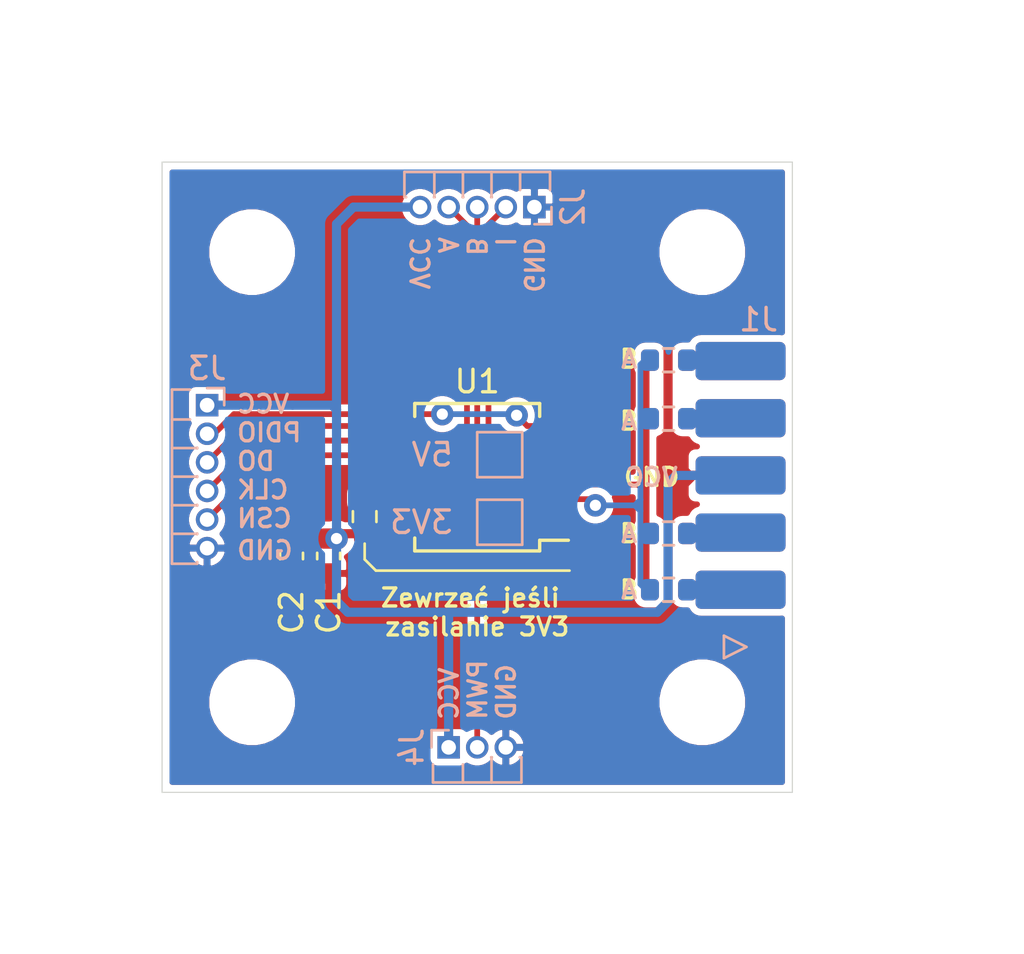
<source format=kicad_pcb>
(kicad_pcb (version 20171130) (host pcbnew 5.1.7-a382d34a8~87~ubuntu18.04.1)

  (general
    (thickness 1.6)
    (drawings 42)
    (tracks 134)
    (zones 0)
    (modules 20)
    (nets 25)
  )

  (page A4)
  (layers
    (0 F.Cu signal)
    (31 B.Cu signal)
    (32 B.Adhes user)
    (33 F.Adhes user)
    (34 B.Paste user)
    (35 F.Paste user)
    (36 B.SilkS user)
    (37 F.SilkS user)
    (38 B.Mask user)
    (39 F.Mask user)
    (40 Dwgs.User user)
    (41 Cmts.User user)
    (42 Eco1.User user)
    (43 Eco2.User user)
    (44 Edge.Cuts user)
    (45 Margin user)
    (46 B.CrtYd user)
    (47 F.CrtYd user)
    (48 B.Fab user)
    (49 F.Fab user)
  )

  (setup
    (last_trace_width 0.254)
    (user_trace_width 0.2032)
    (user_trace_width 0.254)
    (user_trace_width 0.3048)
    (user_trace_width 0.4064)
    (trace_clearance 0.2)
    (zone_clearance 0.3048)
    (zone_45_only no)
    (trace_min 0.2)
    (via_size 0.8)
    (via_drill 0.4)
    (via_min_size 0.4)
    (via_min_drill 0.3)
    (user_via 1 0.5)
    (uvia_size 0.3)
    (uvia_drill 0.1)
    (uvias_allowed no)
    (uvia_min_size 0.2)
    (uvia_min_drill 0.1)
    (edge_width 0.05)
    (segment_width 0.2)
    (pcb_text_width 0.3)
    (pcb_text_size 1.5 1.5)
    (mod_edge_width 0.12)
    (mod_text_size 1 1)
    (mod_text_width 0.15)
    (pad_size 1.524 1.524)
    (pad_drill 0.762)
    (pad_to_mask_clearance 0)
    (aux_axis_origin 0 0)
    (visible_elements FFFDFF7F)
    (pcbplotparams
      (layerselection 0x010fc_ffffffff)
      (usegerberextensions false)
      (usegerberattributes true)
      (usegerberadvancedattributes true)
      (creategerberjobfile true)
      (excludeedgelayer true)
      (linewidth 0.100000)
      (plotframeref false)
      (viasonmask false)
      (mode 1)
      (useauxorigin false)
      (hpglpennumber 1)
      (hpglpenspeed 20)
      (hpglpendiameter 15.000000)
      (psnegative false)
      (psa4output false)
      (plotreference true)
      (plotvalue true)
      (plotinvisibletext false)
      (padsonsilk false)
      (subtractmaskfromsilk false)
      (outputformat 1)
      (mirror false)
      (drillshape 1)
      (scaleselection 1)
      (outputdirectory ""))
  )

  (net 0 "")
  (net 1 "Net-(J1-Pad10)")
  (net 2 "Net-(J1-Pad8)")
  (net 3 "Net-(J1-Pad4)")
  (net 4 "Net-(J1-Pad2)")
  (net 5 "Net-(J1-Pad9)")
  (net 6 "Net-(J1-Pad7)")
  (net 7 "Net-(J1-Pad3)")
  (net 8 "Net-(J1-Pad1)")
  (net 9 "Net-(U1-Pad14)")
  (net 10 "Net-(U1-Pad13)")
  (net 11 "Net-(U1-Pad5)")
  (net 12 "Net-(U1-Pad2)")
  (net 13 "Net-(U1-Pad1)")
  (net 14 GND)
  (net 15 +5V)
  (net 16 "Net-(R9-Pad1)")
  (net 17 /I)
  (net 18 /B)
  (net 19 /A)
  (net 20 /CSN)
  (net 21 /CLK)
  (net 22 /DO)
  (net 23 /PDIO)
  (net 24 /PWM)

  (net_class Default "This is the default net class."
    (clearance 0.2)
    (trace_width 0.25)
    (via_dia 0.8)
    (via_drill 0.4)
    (uvia_dia 0.3)
    (uvia_drill 0.1)
    (add_net +5V)
    (add_net /A)
    (add_net /B)
    (add_net /CLK)
    (add_net /CSN)
    (add_net /DO)
    (add_net /I)
    (add_net /PDIO)
    (add_net /PWM)
    (add_net GND)
    (add_net "Net-(J1-Pad1)")
    (add_net "Net-(J1-Pad10)")
    (add_net "Net-(J1-Pad2)")
    (add_net "Net-(J1-Pad3)")
    (add_net "Net-(J1-Pad4)")
    (add_net "Net-(J1-Pad7)")
    (add_net "Net-(J1-Pad8)")
    (add_net "Net-(J1-Pad9)")
    (add_net "Net-(R9-Pad1)")
    (add_net "Net-(U1-Pad1)")
    (add_net "Net-(U1-Pad13)")
    (add_net "Net-(U1-Pad14)")
    (add_net "Net-(U1-Pad2)")
    (add_net "Net-(U1-Pad5)")
  )

  (module as5040_v2:PinHeader_1x03_P1.27mm_Horizontal (layer B.Cu) (tedit 5F9EBFD0) (tstamp 5F9F814F)
    (at 103.73 103 270)
    (descr "Through hole angled pin header, 1x03, 1.27mm pitch, 4.0mm pin length, single row")
    (tags "Through hole angled pin header THT 1x03 1.27mm single row")
    (path /5FA32EF5)
    (fp_text reference J4 (at 0 1.635 90) (layer B.SilkS)
      (effects (font (size 1 1) (thickness 0.15)) (justify mirror))
    )
    (fp_text value Conn_01x03_Male (at 2.4325 -4.175 90) (layer B.Fab)
      (effects (font (size 1 1) (thickness 0.15)) (justify mirror))
    )
    (fp_text user %R (at 1 -1.27 180) (layer B.Fab)
      (effects (font (size 0.6 0.6) (thickness 0.09)) (justify mirror))
    )
    (fp_line (start 6 1.15) (end -1.15 1.15) (layer B.CrtYd) (width 0.05))
    (fp_line (start 6 -3.7) (end 6 1.15) (layer B.CrtYd) (width 0.05))
    (fp_line (start -1.15 -3.7) (end 6 -3.7) (layer B.CrtYd) (width 0.05))
    (fp_line (start -1.15 1.15) (end -1.15 -3.7) (layer B.CrtYd) (width 0.05))
    (fp_line (start -0.76 0.76) (end 0 0.76) (layer B.SilkS) (width 0.12))
    (fp_line (start -0.76 0) (end -0.76 0.76) (layer B.SilkS) (width 0.12))
    (fp_line (start 0.44 -1.889677) (end 0.44 -1.920323) (layer B.SilkS) (width 0.12))
    (fp_line (start 0.44 -1.905) (end 1.56 -1.905) (layer B.SilkS) (width 0.12))
    (fp_line (start 0.76 -0.635) (end 1.56 -0.635) (layer B.SilkS) (width 0.12))
    (fp_line (start 0.44 -3.235) (end 0.44 -3.159677) (layer B.SilkS) (width 0.12))
    (fp_line (start 1.56 -3.235) (end 0.44 -3.235) (layer B.SilkS) (width 0.12))
    (fp_line (start 1.56 0.695) (end 1.56 -3.235) (layer B.SilkS) (width 0.12))
    (fp_line (start 0.76 0.695) (end 1.56 0.695) (layer B.SilkS) (width 0.12))
    (fp_line (start -0.2 -2.74) (end 0.5 -2.74) (layer B.Fab) (width 0.1))
    (fp_line (start -0.2 -2.34) (end -0.2 -2.74) (layer B.Fab) (width 0.1))
    (fp_line (start -0.2 -2.34) (end 0.5 -2.34) (layer B.Fab) (width 0.1))
    (fp_line (start -0.2 -1.47) (end 0.5 -1.47) (layer B.Fab) (width 0.1))
    (fp_line (start -0.2 -1.07) (end -0.2 -1.47) (layer B.Fab) (width 0.1))
    (fp_line (start -0.2 -1.07) (end 0.5 -1.07) (layer B.Fab) (width 0.1))
    (fp_line (start -0.2 -0.2) (end 0.5 -0.2) (layer B.Fab) (width 0.1))
    (fp_line (start -0.2 0.2) (end -0.2 -0.2) (layer B.Fab) (width 0.1))
    (fp_line (start -0.2 0.2) (end 0.5 0.2) (layer B.Fab) (width 0.1))
    (fp_line (start 0.5 0.385) (end 0.75 0.635) (layer B.Fab) (width 0.1))
    (fp_line (start 0.5 -3.175) (end 0.5 0.385) (layer B.Fab) (width 0.1))
    (fp_line (start 1.5 -3.175) (end 0.5 -3.175) (layer B.Fab) (width 0.1))
    (fp_line (start 1.5 0.635) (end 1.5 -3.175) (layer B.Fab) (width 0.1))
    (fp_line (start 0.75 0.635) (end 1.5 0.635) (layer B.Fab) (width 0.1))
    (pad 3 thru_hole oval (at 0 -2.54 270) (size 1 1) (drill 0.65) (layers *.Cu *.Mask)
      (net 14 GND))
    (pad 2 thru_hole oval (at 0 -1.27 270) (size 1 1) (drill 0.65) (layers *.Cu *.Mask)
      (net 24 /PWM))
    (pad 1 thru_hole rect (at 0 0 270) (size 1 1) (drill 0.65) (layers *.Cu *.Mask)
      (net 15 +5V))
    (model ${KISYS3DMOD}/Connector_PinHeader_1.27mm.3dshapes/PinHeader_1x03_P1.27mm_Horizontal.wrl
      (at (xyz 0 0 0))
      (scale (xyz 1 1 1))
      (rotate (xyz 0 0 0))
    )
  )

  (module as5040_v2:PinHeader_1x06_P1.27mm_Horizontal (layer B.Cu) (tedit 5F9EBFAD) (tstamp 5F9F8116)
    (at 93 87.8 180)
    (descr "Through hole angled pin header, 1x06, 1.27mm pitch, 4.0mm pin length, single row")
    (tags "Through hole angled pin header THT 1x06 1.27mm single row")
    (path /5FA2A1AD)
    (fp_text reference J3 (at 0 1.635) (layer B.SilkS)
      (effects (font (size 1 1) (thickness 0.15)) (justify mirror))
    )
    (fp_text value Conn_01x06_Male (at 2.4325 -7.985) (layer B.Fab)
      (effects (font (size 1 1) (thickness 0.15)) (justify mirror))
    )
    (fp_text user %R (at 1 -3.175 270) (layer B.Fab)
      (effects (font (size 0.6 0.6) (thickness 0.09)) (justify mirror))
    )
    (fp_line (start 6 1.15) (end -1.15 1.15) (layer B.CrtYd) (width 0.05))
    (fp_line (start 6 -7.5) (end 6 1.15) (layer B.CrtYd) (width 0.05))
    (fp_line (start -1.15 -7.5) (end 6 -7.5) (layer B.CrtYd) (width 0.05))
    (fp_line (start -1.15 1.15) (end -1.15 -7.5) (layer B.CrtYd) (width 0.05))
    (fp_line (start -0.76 0.76) (end 0 0.76) (layer B.SilkS) (width 0.12))
    (fp_line (start -0.76 0) (end -0.76 0.76) (layer B.SilkS) (width 0.12))
    (fp_line (start 0.44 -5.699677) (end 0.44 -5.730323) (layer B.SilkS) (width 0.12))
    (fp_line (start 0.44 -5.715) (end 1.56 -5.715) (layer B.SilkS) (width 0.12))
    (fp_line (start 0.44 -4.429677) (end 0.44 -4.460323) (layer B.SilkS) (width 0.12))
    (fp_line (start 0.44 -4.445) (end 1.56 -4.445) (layer B.SilkS) (width 0.12))
    (fp_line (start 0.44 -3.159677) (end 0.44 -3.190323) (layer B.SilkS) (width 0.12))
    (fp_line (start 0.44 -3.175) (end 1.56 -3.175) (layer B.SilkS) (width 0.12))
    (fp_line (start 0.44 -1.889677) (end 0.44 -1.920323) (layer B.SilkS) (width 0.12))
    (fp_line (start 0.44 -1.905) (end 1.56 -1.905) (layer B.SilkS) (width 0.12))
    (fp_line (start 0.76 -0.635) (end 1.56 -0.635) (layer B.SilkS) (width 0.12))
    (fp_line (start 0.44 -7.045) (end 0.44 -6.969677) (layer B.SilkS) (width 0.12))
    (fp_line (start 1.56 -7.045) (end 0.44 -7.045) (layer B.SilkS) (width 0.12))
    (fp_line (start 1.56 0.695) (end 1.56 -7.045) (layer B.SilkS) (width 0.12))
    (fp_line (start 0.76 0.695) (end 1.56 0.695) (layer B.SilkS) (width 0.12))
    (fp_line (start -0.2 -6.55) (end 0.5 -6.55) (layer B.Fab) (width 0.1))
    (fp_line (start -0.2 -6.15) (end -0.2 -6.55) (layer B.Fab) (width 0.1))
    (fp_line (start -0.2 -6.15) (end 0.5 -6.15) (layer B.Fab) (width 0.1))
    (fp_line (start -0.2 -5.28) (end 0.5 -5.28) (layer B.Fab) (width 0.1))
    (fp_line (start -0.2 -4.88) (end -0.2 -5.28) (layer B.Fab) (width 0.1))
    (fp_line (start -0.2 -4.88) (end 0.5 -4.88) (layer B.Fab) (width 0.1))
    (fp_line (start -0.2 -4.01) (end 0.5 -4.01) (layer B.Fab) (width 0.1))
    (fp_line (start -0.2 -3.61) (end -0.2 -4.01) (layer B.Fab) (width 0.1))
    (fp_line (start -0.2 -3.61) (end 0.5 -3.61) (layer B.Fab) (width 0.1))
    (fp_line (start -0.2 -2.74) (end 0.5 -2.74) (layer B.Fab) (width 0.1))
    (fp_line (start -0.2 -2.34) (end -0.2 -2.74) (layer B.Fab) (width 0.1))
    (fp_line (start -0.2 -2.34) (end 0.5 -2.34) (layer B.Fab) (width 0.1))
    (fp_line (start -0.2 -1.47) (end 0.5 -1.47) (layer B.Fab) (width 0.1))
    (fp_line (start -0.2 -1.07) (end -0.2 -1.47) (layer B.Fab) (width 0.1))
    (fp_line (start -0.2 -1.07) (end 0.5 -1.07) (layer B.Fab) (width 0.1))
    (fp_line (start -0.2 -0.2) (end 0.5 -0.2) (layer B.Fab) (width 0.1))
    (fp_line (start -0.2 0.2) (end -0.2 -0.2) (layer B.Fab) (width 0.1))
    (fp_line (start -0.2 0.2) (end 0.5 0.2) (layer B.Fab) (width 0.1))
    (fp_line (start 0.5 0.385) (end 0.75 0.635) (layer B.Fab) (width 0.1))
    (fp_line (start 0.5 -6.985) (end 0.5 0.385) (layer B.Fab) (width 0.1))
    (fp_line (start 1.5 -6.985) (end 0.5 -6.985) (layer B.Fab) (width 0.1))
    (fp_line (start 1.5 0.635) (end 1.5 -6.985) (layer B.Fab) (width 0.1))
    (fp_line (start 0.75 0.635) (end 1.5 0.635) (layer B.Fab) (width 0.1))
    (pad 6 thru_hole oval (at 0 -6.35 180) (size 1 1) (drill 0.65) (layers *.Cu *.Mask)
      (net 14 GND))
    (pad 5 thru_hole oval (at 0 -5.08 180) (size 1 1) (drill 0.65) (layers *.Cu *.Mask)
      (net 20 /CSN))
    (pad 4 thru_hole oval (at 0 -3.81 180) (size 1 1) (drill 0.65) (layers *.Cu *.Mask)
      (net 21 /CLK))
    (pad 3 thru_hole oval (at 0 -2.54 180) (size 1 1) (drill 0.65) (layers *.Cu *.Mask)
      (net 22 /DO))
    (pad 2 thru_hole oval (at 0 -1.27 180) (size 1 1) (drill 0.65) (layers *.Cu *.Mask)
      (net 23 /PDIO))
    (pad 1 thru_hole rect (at 0 0 180) (size 1 1) (drill 0.65) (layers *.Cu *.Mask)
      (net 15 +5V))
    (model ${KISYS3DMOD}/Connector_PinHeader_1.27mm.3dshapes/PinHeader_1x06_P1.27mm_Horizontal.wrl
      (at (xyz 0 0 0))
      (scale (xyz 1 1 1))
      (rotate (xyz 0 0 0))
    )
  )

  (module as5040_v2:PinHeader_1x05_P1.27mm_Horizontal (layer B.Cu) (tedit 5F9EBF94) (tstamp 5F9F80B9)
    (at 107.54 79 90)
    (descr "Through hole angled pin header, 1x05, 1.27mm pitch, 4.0mm pin length, single row")
    (tags "Through hole angled pin header THT 1x05 1.27mm single row")
    (path /5FA3B136)
    (fp_text reference J2 (at 0 1.71 -90) (layer B.SilkS)
      (effects (font (size 1 1) (thickness 0.15)) (justify mirror))
    )
    (fp_text value Conn_01x05_Male (at 2.4325 -6.715 -90) (layer B.Fab)
      (effects (font (size 1 1) (thickness 0.15)) (justify mirror))
    )
    (fp_text user %R (at 1 -2.54 180) (layer B.Fab)
      (effects (font (size 0.6 0.6) (thickness 0.09)) (justify mirror))
    )
    (fp_line (start 6 1.15) (end -1.15 1.15) (layer B.CrtYd) (width 0.05))
    (fp_line (start 6 -6.25) (end 6 1.15) (layer B.CrtYd) (width 0.05))
    (fp_line (start -1.15 -6.25) (end 6 -6.25) (layer B.CrtYd) (width 0.05))
    (fp_line (start -1.15 1.15) (end -1.15 -6.25) (layer B.CrtYd) (width 0.05))
    (fp_line (start -0.76 0.76) (end 0 0.76) (layer B.SilkS) (width 0.12))
    (fp_line (start -0.76 0) (end -0.76 0.76) (layer B.SilkS) (width 0.12))
    (fp_line (start 0.44 -4.429677) (end 0.44 -4.460323) (layer B.SilkS) (width 0.12))
    (fp_line (start 0.44 -4.445) (end 1.56 -4.445) (layer B.SilkS) (width 0.12))
    (fp_line (start 0.44 -3.159677) (end 0.44 -3.190323) (layer B.SilkS) (width 0.12))
    (fp_line (start 0.44 -3.175) (end 1.56 -3.175) (layer B.SilkS) (width 0.12))
    (fp_line (start 0.44 -1.889677) (end 0.44 -1.920323) (layer B.SilkS) (width 0.12))
    (fp_line (start 0.44 -1.905) (end 1.56 -1.905) (layer B.SilkS) (width 0.12))
    (fp_line (start 0.76 -0.635) (end 1.56 -0.635) (layer B.SilkS) (width 0.12))
    (fp_line (start 0.44 -5.775) (end 0.44 -5.699677) (layer B.SilkS) (width 0.12))
    (fp_line (start 1.56 -5.775) (end 0.44 -5.775) (layer B.SilkS) (width 0.12))
    (fp_line (start 1.56 0.695) (end 1.56 -5.775) (layer B.SilkS) (width 0.12))
    (fp_line (start 0.76 0.695) (end 1.56 0.695) (layer B.SilkS) (width 0.12))
    (fp_line (start -0.2 -5.28) (end 0.5 -5.28) (layer B.Fab) (width 0.1))
    (fp_line (start -0.2 -4.88) (end -0.2 -5.28) (layer B.Fab) (width 0.1))
    (fp_line (start -0.2 -4.88) (end 0.5 -4.88) (layer B.Fab) (width 0.1))
    (fp_line (start -0.2 -4.01) (end 0.5 -4.01) (layer B.Fab) (width 0.1))
    (fp_line (start -0.2 -3.61) (end -0.2 -4.01) (layer B.Fab) (width 0.1))
    (fp_line (start -0.2 -3.61) (end 0.5 -3.61) (layer B.Fab) (width 0.1))
    (fp_line (start -0.2 -2.74) (end 0.5 -2.74) (layer B.Fab) (width 0.1))
    (fp_line (start -0.2 -2.34) (end -0.2 -2.74) (layer B.Fab) (width 0.1))
    (fp_line (start -0.2 -2.34) (end 0.5 -2.34) (layer B.Fab) (width 0.1))
    (fp_line (start -0.2 -1.47) (end 0.5 -1.47) (layer B.Fab) (width 0.1))
    (fp_line (start -0.2 -1.07) (end -0.2 -1.47) (layer B.Fab) (width 0.1))
    (fp_line (start -0.2 -1.07) (end 0.5 -1.07) (layer B.Fab) (width 0.1))
    (fp_line (start -0.2 -0.2) (end 0.5 -0.2) (layer B.Fab) (width 0.1))
    (fp_line (start -0.2 0.2) (end -0.2 -0.2) (layer B.Fab) (width 0.1))
    (fp_line (start -0.2 0.2) (end 0.5 0.2) (layer B.Fab) (width 0.1))
    (fp_line (start 0.5 0.385) (end 0.75 0.635) (layer B.Fab) (width 0.1))
    (fp_line (start 0.5 -5.715) (end 0.5 0.385) (layer B.Fab) (width 0.1))
    (fp_line (start 1.5 -5.715) (end 0.5 -5.715) (layer B.Fab) (width 0.1))
    (fp_line (start 1.5 0.635) (end 1.5 -5.715) (layer B.Fab) (width 0.1))
    (fp_line (start 0.75 0.635) (end 1.5 0.635) (layer B.Fab) (width 0.1))
    (pad 1 thru_hole rect (at 0 0 90) (size 1 1) (drill 0.65) (layers *.Cu *.Mask)
      (net 14 GND))
    (pad 2 thru_hole oval (at 0 -1.27 90) (size 1 1) (drill 0.65) (layers *.Cu *.Mask)
      (net 17 /I))
    (pad 3 thru_hole oval (at 0 -2.54 90) (size 1 1) (drill 0.65) (layers *.Cu *.Mask)
      (net 18 /B))
    (pad 4 thru_hole oval (at 0 -3.81 90) (size 1 1) (drill 0.65) (layers *.Cu *.Mask)
      (net 19 /A))
    (pad 5 thru_hole oval (at 0 -5.08 90) (size 1 1) (drill 0.65) (layers *.Cu *.Mask)
      (net 15 +5V))
    (model ${KISYS3DMOD}/Connector_PinHeader_1.27mm.3dshapes/PinHeader_1x05_P1.27mm_Horizontal.wrl
      (at (xyz 0 0 0))
      (scale (xyz 1 1 1))
      (rotate (xyz 0 0 0))
    )
  )

  (module Resistor_SMD:R_0603_1608Metric (layer F.Cu) (tedit 5F68FEEE) (tstamp 5F9F60F1)
    (at 100 92.75 270)
    (descr "Resistor SMD 0603 (1608 Metric), square (rectangular) end terminal, IPC_7351 nominal, (Body size source: IPC-SM-782 page 72, https://www.pcb-3d.com/wordpress/wp-content/uploads/ipc-sm-782a_amendment_1_and_2.pdf), generated with kicad-footprint-generator")
    (tags resistor)
    (path /5FA116B3)
    (attr smd)
    (fp_text reference R9 (at 0 -1.43 90) (layer F.SilkS) hide
      (effects (font (size 1 1) (thickness 0.15)))
    )
    (fp_text value 0R (at 0 1.43 90) (layer F.Fab)
      (effects (font (size 1 1) (thickness 0.15)))
    )
    (fp_line (start 1.48 0.73) (end -1.48 0.73) (layer F.CrtYd) (width 0.05))
    (fp_line (start 1.48 -0.73) (end 1.48 0.73) (layer F.CrtYd) (width 0.05))
    (fp_line (start -1.48 -0.73) (end 1.48 -0.73) (layer F.CrtYd) (width 0.05))
    (fp_line (start -1.48 0.73) (end -1.48 -0.73) (layer F.CrtYd) (width 0.05))
    (fp_line (start -0.237258 0.5225) (end 0.237258 0.5225) (layer F.SilkS) (width 0.12))
    (fp_line (start -0.237258 -0.5225) (end 0.237258 -0.5225) (layer F.SilkS) (width 0.12))
    (fp_line (start 0.8 0.4125) (end -0.8 0.4125) (layer F.Fab) (width 0.1))
    (fp_line (start 0.8 -0.4125) (end 0.8 0.4125) (layer F.Fab) (width 0.1))
    (fp_line (start -0.8 -0.4125) (end 0.8 -0.4125) (layer F.Fab) (width 0.1))
    (fp_line (start -0.8 0.4125) (end -0.8 -0.4125) (layer F.Fab) (width 0.1))
    (fp_text user %R (at 0 0 90) (layer F.Fab)
      (effects (font (size 0.4 0.4) (thickness 0.06)))
    )
    (pad 1 smd roundrect (at -0.825 0 270) (size 0.8 0.95) (layers F.Cu F.Paste F.Mask) (roundrect_rratio 0.25)
      (net 16 "Net-(R9-Pad1)"))
    (pad 2 smd roundrect (at 0.825 0 270) (size 0.8 0.95) (layers F.Cu F.Paste F.Mask) (roundrect_rratio 0.25)
      (net 15 +5V))
    (model ${KISYS3DMOD}/Resistor_SMD.3dshapes/R_0603_1608Metric.wrl
      (at (xyz 0 0 0))
      (scale (xyz 1 1 1))
      (rotate (xyz 0 0 0))
    )
  )

  (module Resistor_SMD:R_0603_1608Metric (layer F.Cu) (tedit 5F68FEEE) (tstamp 5F9F60E0)
    (at 113.5 88.4 180)
    (descr "Resistor SMD 0603 (1608 Metric), square (rectangular) end terminal, IPC_7351 nominal, (Body size source: IPC-SM-782 page 72, https://www.pcb-3d.com/wordpress/wp-content/uploads/ipc-sm-782a_amendment_1_and_2.pdf), generated with kicad-footprint-generator")
    (tags resistor)
    (path /5FA01467)
    (attr smd)
    (fp_text reference R8 (at 0 -1.43) (layer F.SilkS) hide
      (effects (font (size 1 1) (thickness 0.15)))
    )
    (fp_text value 0R (at 0 1.43) (layer F.Fab)
      (effects (font (size 1 1) (thickness 0.15)))
    )
    (fp_text user %R (at 0 0) (layer F.Fab)
      (effects (font (size 0.4 0.4) (thickness 0.06)))
    )
    (fp_line (start -0.8 0.4125) (end -0.8 -0.4125) (layer F.Fab) (width 0.1))
    (fp_line (start -0.8 -0.4125) (end 0.8 -0.4125) (layer F.Fab) (width 0.1))
    (fp_line (start 0.8 -0.4125) (end 0.8 0.4125) (layer F.Fab) (width 0.1))
    (fp_line (start 0.8 0.4125) (end -0.8 0.4125) (layer F.Fab) (width 0.1))
    (fp_line (start -0.237258 -0.5225) (end 0.237258 -0.5225) (layer F.SilkS) (width 0.12))
    (fp_line (start -0.237258 0.5225) (end 0.237258 0.5225) (layer F.SilkS) (width 0.12))
    (fp_line (start -1.48 0.73) (end -1.48 -0.73) (layer F.CrtYd) (width 0.05))
    (fp_line (start -1.48 -0.73) (end 1.48 -0.73) (layer F.CrtYd) (width 0.05))
    (fp_line (start 1.48 -0.73) (end 1.48 0.73) (layer F.CrtYd) (width 0.05))
    (fp_line (start 1.48 0.73) (end -1.48 0.73) (layer F.CrtYd) (width 0.05))
    (pad 2 smd roundrect (at 0.825 0 180) (size 0.8 0.95) (layers F.Cu F.Paste F.Mask) (roundrect_rratio 0.25)
      (net 18 /B))
    (pad 1 smd roundrect (at -0.825 0 180) (size 0.8 0.95) (layers F.Cu F.Paste F.Mask) (roundrect_rratio 0.25)
      (net 2 "Net-(J1-Pad8)"))
    (model ${KISYS3DMOD}/Resistor_SMD.3dshapes/R_0603_1608Metric.wrl
      (at (xyz 0 0 0))
      (scale (xyz 1 1 1))
      (rotate (xyz 0 0 0))
    )
  )

  (module Resistor_SMD:R_0603_1608Metric (layer F.Cu) (tedit 5F68FEEE) (tstamp 5F9F60CF)
    (at 113.5 85.8)
    (descr "Resistor SMD 0603 (1608 Metric), square (rectangular) end terminal, IPC_7351 nominal, (Body size source: IPC-SM-782 page 72, https://www.pcb-3d.com/wordpress/wp-content/uploads/ipc-sm-782a_amendment_1_and_2.pdf), generated with kicad-footprint-generator")
    (tags resistor)
    (path /5FA0146D)
    (attr smd)
    (fp_text reference R7 (at 0 -1.43) (layer F.SilkS) hide
      (effects (font (size 1 1) (thickness 0.15)))
    )
    (fp_text value 0R (at 0 1.43) (layer F.Fab)
      (effects (font (size 1 1) (thickness 0.15)))
    )
    (fp_text user %R (at 0 0) (layer F.Fab)
      (effects (font (size 0.4 0.4) (thickness 0.06)))
    )
    (fp_line (start -0.8 0.4125) (end -0.8 -0.4125) (layer F.Fab) (width 0.1))
    (fp_line (start -0.8 -0.4125) (end 0.8 -0.4125) (layer F.Fab) (width 0.1))
    (fp_line (start 0.8 -0.4125) (end 0.8 0.4125) (layer F.Fab) (width 0.1))
    (fp_line (start 0.8 0.4125) (end -0.8 0.4125) (layer F.Fab) (width 0.1))
    (fp_line (start -0.237258 -0.5225) (end 0.237258 -0.5225) (layer F.SilkS) (width 0.12))
    (fp_line (start -0.237258 0.5225) (end 0.237258 0.5225) (layer F.SilkS) (width 0.12))
    (fp_line (start -1.48 0.73) (end -1.48 -0.73) (layer F.CrtYd) (width 0.05))
    (fp_line (start -1.48 -0.73) (end 1.48 -0.73) (layer F.CrtYd) (width 0.05))
    (fp_line (start 1.48 -0.73) (end 1.48 0.73) (layer F.CrtYd) (width 0.05))
    (fp_line (start 1.48 0.73) (end -1.48 0.73) (layer F.CrtYd) (width 0.05))
    (pad 2 smd roundrect (at 0.825 0) (size 0.8 0.95) (layers F.Cu F.Paste F.Mask) (roundrect_rratio 0.25)
      (net 1 "Net-(J1-Pad10)"))
    (pad 1 smd roundrect (at -0.825 0) (size 0.8 0.95) (layers F.Cu F.Paste F.Mask) (roundrect_rratio 0.25)
      (net 18 /B))
    (model ${KISYS3DMOD}/Resistor_SMD.3dshapes/R_0603_1608Metric.wrl
      (at (xyz 0 0 0))
      (scale (xyz 1 1 1))
      (rotate (xyz 0 0 0))
    )
  )

  (module Resistor_SMD:R_0603_1608Metric (layer F.Cu) (tedit 5F68FEEE) (tstamp 5F9F663F)
    (at 113.5 96 180)
    (descr "Resistor SMD 0603 (1608 Metric), square (rectangular) end terminal, IPC_7351 nominal, (Body size source: IPC-SM-782 page 72, https://www.pcb-3d.com/wordpress/wp-content/uploads/ipc-sm-782a_amendment_1_and_2.pdf), generated with kicad-footprint-generator")
    (tags resistor)
    (path /5FA00BBB)
    (attr smd)
    (fp_text reference R6 (at 0 -1.43) (layer F.SilkS) hide
      (effects (font (size 1 1) (thickness 0.15)))
    )
    (fp_text value 0R (at 0 1.43) (layer F.Fab)
      (effects (font (size 1 1) (thickness 0.15)))
    )
    (fp_text user %R (at 0 0) (layer F.Fab)
      (effects (font (size 0.4 0.4) (thickness 0.06)))
    )
    (fp_line (start -0.8 0.4125) (end -0.8 -0.4125) (layer F.Fab) (width 0.1))
    (fp_line (start -0.8 -0.4125) (end 0.8 -0.4125) (layer F.Fab) (width 0.1))
    (fp_line (start 0.8 -0.4125) (end 0.8 0.4125) (layer F.Fab) (width 0.1))
    (fp_line (start 0.8 0.4125) (end -0.8 0.4125) (layer F.Fab) (width 0.1))
    (fp_line (start -0.237258 -0.5225) (end 0.237258 -0.5225) (layer F.SilkS) (width 0.12))
    (fp_line (start -0.237258 0.5225) (end 0.237258 0.5225) (layer F.SilkS) (width 0.12))
    (fp_line (start -1.48 0.73) (end -1.48 -0.73) (layer F.CrtYd) (width 0.05))
    (fp_line (start -1.48 -0.73) (end 1.48 -0.73) (layer F.CrtYd) (width 0.05))
    (fp_line (start 1.48 -0.73) (end 1.48 0.73) (layer F.CrtYd) (width 0.05))
    (fp_line (start 1.48 0.73) (end -1.48 0.73) (layer F.CrtYd) (width 0.05))
    (pad 2 smd roundrect (at 0.825 0 180) (size 0.8 0.95) (layers F.Cu F.Paste F.Mask) (roundrect_rratio 0.25)
      (net 18 /B))
    (pad 1 smd roundrect (at -0.825 0 180) (size 0.8 0.95) (layers F.Cu F.Paste F.Mask) (roundrect_rratio 0.25)
      (net 4 "Net-(J1-Pad2)"))
    (model ${KISYS3DMOD}/Resistor_SMD.3dshapes/R_0603_1608Metric.wrl
      (at (xyz 0 0 0))
      (scale (xyz 1 1 1))
      (rotate (xyz 0 0 0))
    )
  )

  (module Resistor_SMD:R_0603_1608Metric (layer F.Cu) (tedit 5F68FEEE) (tstamp 5F9F60AD)
    (at 113.5 93.5)
    (descr "Resistor SMD 0603 (1608 Metric), square (rectangular) end terminal, IPC_7351 nominal, (Body size source: IPC-SM-782 page 72, https://www.pcb-3d.com/wordpress/wp-content/uploads/ipc-sm-782a_amendment_1_and_2.pdf), generated with kicad-footprint-generator")
    (tags resistor)
    (path /5FA00BC1)
    (attr smd)
    (fp_text reference R5 (at 0 -1.43) (layer F.SilkS) hide
      (effects (font (size 1 1) (thickness 0.15)))
    )
    (fp_text value 0R (at 0 1.43) (layer F.Fab)
      (effects (font (size 1 1) (thickness 0.15)))
    )
    (fp_text user %R (at 0 0) (layer F.Fab)
      (effects (font (size 0.4 0.4) (thickness 0.06)))
    )
    (fp_line (start -0.8 0.4125) (end -0.8 -0.4125) (layer F.Fab) (width 0.1))
    (fp_line (start -0.8 -0.4125) (end 0.8 -0.4125) (layer F.Fab) (width 0.1))
    (fp_line (start 0.8 -0.4125) (end 0.8 0.4125) (layer F.Fab) (width 0.1))
    (fp_line (start 0.8 0.4125) (end -0.8 0.4125) (layer F.Fab) (width 0.1))
    (fp_line (start -0.237258 -0.5225) (end 0.237258 -0.5225) (layer F.SilkS) (width 0.12))
    (fp_line (start -0.237258 0.5225) (end 0.237258 0.5225) (layer F.SilkS) (width 0.12))
    (fp_line (start -1.48 0.73) (end -1.48 -0.73) (layer F.CrtYd) (width 0.05))
    (fp_line (start -1.48 -0.73) (end 1.48 -0.73) (layer F.CrtYd) (width 0.05))
    (fp_line (start 1.48 -0.73) (end 1.48 0.73) (layer F.CrtYd) (width 0.05))
    (fp_line (start 1.48 0.73) (end -1.48 0.73) (layer F.CrtYd) (width 0.05))
    (pad 2 smd roundrect (at 0.825 0) (size 0.8 0.95) (layers F.Cu F.Paste F.Mask) (roundrect_rratio 0.25)
      (net 3 "Net-(J1-Pad4)"))
    (pad 1 smd roundrect (at -0.825 0) (size 0.8 0.95) (layers F.Cu F.Paste F.Mask) (roundrect_rratio 0.25)
      (net 18 /B))
    (model ${KISYS3DMOD}/Resistor_SMD.3dshapes/R_0603_1608Metric.wrl
      (at (xyz 0 0 0))
      (scale (xyz 1 1 1))
      (rotate (xyz 0 0 0))
    )
  )

  (module Resistor_SMD:R_0603_1608Metric (layer B.Cu) (tedit 5F68FEEE) (tstamp 5F9F609C)
    (at 113.5 93.5)
    (descr "Resistor SMD 0603 (1608 Metric), square (rectangular) end terminal, IPC_7351 nominal, (Body size source: IPC-SM-782 page 72, https://www.pcb-3d.com/wordpress/wp-content/uploads/ipc-sm-782a_amendment_1_and_2.pdf), generated with kicad-footprint-generator")
    (tags resistor)
    (path /5F9F49DF)
    (attr smd)
    (fp_text reference R4 (at 0 1.43) (layer B.SilkS) hide
      (effects (font (size 1 1) (thickness 0.15)) (justify mirror))
    )
    (fp_text value 0R (at 0 -1.43) (layer B.Fab)
      (effects (font (size 1 1) (thickness 0.15)) (justify mirror))
    )
    (fp_text user %R (at 0 0) (layer B.Fab)
      (effects (font (size 0.4 0.4) (thickness 0.06)) (justify mirror))
    )
    (fp_line (start -0.8 -0.4125) (end -0.8 0.4125) (layer B.Fab) (width 0.1))
    (fp_line (start -0.8 0.4125) (end 0.8 0.4125) (layer B.Fab) (width 0.1))
    (fp_line (start 0.8 0.4125) (end 0.8 -0.4125) (layer B.Fab) (width 0.1))
    (fp_line (start 0.8 -0.4125) (end -0.8 -0.4125) (layer B.Fab) (width 0.1))
    (fp_line (start -0.237258 0.5225) (end 0.237258 0.5225) (layer B.SilkS) (width 0.12))
    (fp_line (start -0.237258 -0.5225) (end 0.237258 -0.5225) (layer B.SilkS) (width 0.12))
    (fp_line (start -1.48 -0.73) (end -1.48 0.73) (layer B.CrtYd) (width 0.05))
    (fp_line (start -1.48 0.73) (end 1.48 0.73) (layer B.CrtYd) (width 0.05))
    (fp_line (start 1.48 0.73) (end 1.48 -0.73) (layer B.CrtYd) (width 0.05))
    (fp_line (start 1.48 -0.73) (end -1.48 -0.73) (layer B.CrtYd) (width 0.05))
    (pad 2 smd roundrect (at 0.825 0) (size 0.8 0.95) (layers B.Cu B.Paste B.Mask) (roundrect_rratio 0.25)
      (net 7 "Net-(J1-Pad3)"))
    (pad 1 smd roundrect (at -0.825 0) (size 0.8 0.95) (layers B.Cu B.Paste B.Mask) (roundrect_rratio 0.25)
      (net 19 /A))
    (model ${KISYS3DMOD}/Resistor_SMD.3dshapes/R_0603_1608Metric.wrl
      (at (xyz 0 0 0))
      (scale (xyz 1 1 1))
      (rotate (xyz 0 0 0))
    )
  )

  (module Resistor_SMD:R_0603_1608Metric (layer B.Cu) (tedit 5F68FEEE) (tstamp 5F9F608B)
    (at 113.5 85.8)
    (descr "Resistor SMD 0603 (1608 Metric), square (rectangular) end terminal, IPC_7351 nominal, (Body size source: IPC-SM-782 page 72, https://www.pcb-3d.com/wordpress/wp-content/uploads/ipc-sm-782a_amendment_1_and_2.pdf), generated with kicad-footprint-generator")
    (tags resistor)
    (path /5F9FFB74)
    (attr smd)
    (fp_text reference R3 (at 0 1.43) (layer B.SilkS) hide
      (effects (font (size 1 1) (thickness 0.15)) (justify mirror))
    )
    (fp_text value 0R (at 0 -1.43) (layer B.Fab)
      (effects (font (size 1 1) (thickness 0.15)) (justify mirror))
    )
    (fp_text user %R (at 0 0) (layer B.Fab)
      (effects (font (size 0.4 0.4) (thickness 0.06)) (justify mirror))
    )
    (fp_line (start -0.8 -0.4125) (end -0.8 0.4125) (layer B.Fab) (width 0.1))
    (fp_line (start -0.8 0.4125) (end 0.8 0.4125) (layer B.Fab) (width 0.1))
    (fp_line (start 0.8 0.4125) (end 0.8 -0.4125) (layer B.Fab) (width 0.1))
    (fp_line (start 0.8 -0.4125) (end -0.8 -0.4125) (layer B.Fab) (width 0.1))
    (fp_line (start -0.237258 0.5225) (end 0.237258 0.5225) (layer B.SilkS) (width 0.12))
    (fp_line (start -0.237258 -0.5225) (end 0.237258 -0.5225) (layer B.SilkS) (width 0.12))
    (fp_line (start -1.48 -0.73) (end -1.48 0.73) (layer B.CrtYd) (width 0.05))
    (fp_line (start -1.48 0.73) (end 1.48 0.73) (layer B.CrtYd) (width 0.05))
    (fp_line (start 1.48 0.73) (end 1.48 -0.73) (layer B.CrtYd) (width 0.05))
    (fp_line (start 1.48 -0.73) (end -1.48 -0.73) (layer B.CrtYd) (width 0.05))
    (pad 2 smd roundrect (at 0.825 0) (size 0.8 0.95) (layers B.Cu B.Paste B.Mask) (roundrect_rratio 0.25)
      (net 5 "Net-(J1-Pad9)"))
    (pad 1 smd roundrect (at -0.825 0) (size 0.8 0.95) (layers B.Cu B.Paste B.Mask) (roundrect_rratio 0.25)
      (net 19 /A))
    (model ${KISYS3DMOD}/Resistor_SMD.3dshapes/R_0603_1608Metric.wrl
      (at (xyz 0 0 0))
      (scale (xyz 1 1 1))
      (rotate (xyz 0 0 0))
    )
  )

  (module Resistor_SMD:R_0603_1608Metric (layer B.Cu) (tedit 5F68FEEE) (tstamp 5F9F607A)
    (at 113.5 96 180)
    (descr "Resistor SMD 0603 (1608 Metric), square (rectangular) end terminal, IPC_7351 nominal, (Body size source: IPC-SM-782 page 72, https://www.pcb-3d.com/wordpress/wp-content/uploads/ipc-sm-782a_amendment_1_and_2.pdf), generated with kicad-footprint-generator")
    (tags resistor)
    (path /5F9F3DFE)
    (attr smd)
    (fp_text reference R2 (at 0 1.43) (layer B.SilkS) hide
      (effects (font (size 1 1) (thickness 0.15)) (justify mirror))
    )
    (fp_text value 0R (at 0 -1.43) (layer B.Fab)
      (effects (font (size 1 1) (thickness 0.15)) (justify mirror))
    )
    (fp_text user %R (at 0 0) (layer B.Fab)
      (effects (font (size 0.4 0.4) (thickness 0.06)) (justify mirror))
    )
    (fp_line (start -0.8 -0.4125) (end -0.8 0.4125) (layer B.Fab) (width 0.1))
    (fp_line (start -0.8 0.4125) (end 0.8 0.4125) (layer B.Fab) (width 0.1))
    (fp_line (start 0.8 0.4125) (end 0.8 -0.4125) (layer B.Fab) (width 0.1))
    (fp_line (start 0.8 -0.4125) (end -0.8 -0.4125) (layer B.Fab) (width 0.1))
    (fp_line (start -0.237258 0.5225) (end 0.237258 0.5225) (layer B.SilkS) (width 0.12))
    (fp_line (start -0.237258 -0.5225) (end 0.237258 -0.5225) (layer B.SilkS) (width 0.12))
    (fp_line (start -1.48 -0.73) (end -1.48 0.73) (layer B.CrtYd) (width 0.05))
    (fp_line (start -1.48 0.73) (end 1.48 0.73) (layer B.CrtYd) (width 0.05))
    (fp_line (start 1.48 0.73) (end 1.48 -0.73) (layer B.CrtYd) (width 0.05))
    (fp_line (start 1.48 -0.73) (end -1.48 -0.73) (layer B.CrtYd) (width 0.05))
    (pad 2 smd roundrect (at 0.825 0 180) (size 0.8 0.95) (layers B.Cu B.Paste B.Mask) (roundrect_rratio 0.25)
      (net 19 /A))
    (pad 1 smd roundrect (at -0.825 0 180) (size 0.8 0.95) (layers B.Cu B.Paste B.Mask) (roundrect_rratio 0.25)
      (net 8 "Net-(J1-Pad1)"))
    (model ${KISYS3DMOD}/Resistor_SMD.3dshapes/R_0603_1608Metric.wrl
      (at (xyz 0 0 0))
      (scale (xyz 1 1 1))
      (rotate (xyz 0 0 0))
    )
  )

  (module Resistor_SMD:R_0603_1608Metric (layer B.Cu) (tedit 5F68FEEE) (tstamp 5F9F6069)
    (at 113.5 88.4 180)
    (descr "Resistor SMD 0603 (1608 Metric), square (rectangular) end terminal, IPC_7351 nominal, (Body size source: IPC-SM-782 page 72, https://www.pcb-3d.com/wordpress/wp-content/uploads/ipc-sm-782a_amendment_1_and_2.pdf), generated with kicad-footprint-generator")
    (tags resistor)
    (path /5F9FFB6E)
    (attr smd)
    (fp_text reference R1 (at 0 1.43) (layer B.SilkS) hide
      (effects (font (size 1 1) (thickness 0.15)) (justify mirror))
    )
    (fp_text value 0R (at 0 -1.43) (layer B.Fab)
      (effects (font (size 1 1) (thickness 0.15)) (justify mirror))
    )
    (fp_text user %R (at 0 0) (layer B.Fab)
      (effects (font (size 0.4 0.4) (thickness 0.06)) (justify mirror))
    )
    (fp_line (start -0.8 -0.4125) (end -0.8 0.4125) (layer B.Fab) (width 0.1))
    (fp_line (start -0.8 0.4125) (end 0.8 0.4125) (layer B.Fab) (width 0.1))
    (fp_line (start 0.8 0.4125) (end 0.8 -0.4125) (layer B.Fab) (width 0.1))
    (fp_line (start 0.8 -0.4125) (end -0.8 -0.4125) (layer B.Fab) (width 0.1))
    (fp_line (start -0.237258 0.5225) (end 0.237258 0.5225) (layer B.SilkS) (width 0.12))
    (fp_line (start -0.237258 -0.5225) (end 0.237258 -0.5225) (layer B.SilkS) (width 0.12))
    (fp_line (start -1.48 -0.73) (end -1.48 0.73) (layer B.CrtYd) (width 0.05))
    (fp_line (start -1.48 0.73) (end 1.48 0.73) (layer B.CrtYd) (width 0.05))
    (fp_line (start 1.48 0.73) (end 1.48 -0.73) (layer B.CrtYd) (width 0.05))
    (fp_line (start 1.48 -0.73) (end -1.48 -0.73) (layer B.CrtYd) (width 0.05))
    (pad 2 smd roundrect (at 0.825 0 180) (size 0.8 0.95) (layers B.Cu B.Paste B.Mask) (roundrect_rratio 0.25)
      (net 19 /A))
    (pad 1 smd roundrect (at -0.825 0 180) (size 0.8 0.95) (layers B.Cu B.Paste B.Mask) (roundrect_rratio 0.25)
      (net 6 "Net-(J1-Pad7)"))
    (model ${KISYS3DMOD}/Resistor_SMD.3dshapes/R_0603_1608Metric.wrl
      (at (xyz 0 0 0))
      (scale (xyz 1 1 1))
      (rotate (xyz 0 0 0))
    )
  )

  (module as5040_v2:IDC-Header_2x05_P2.54mm_Horizontal locked (layer B.Cu) (tedit 5F9EBA34) (tstamp 5F9F1A54)
    (at 114.5 96)
    (descr "Through hole IDC box header, 2x05, 2.54mm pitch, DIN 41651 / IEC 60603-13, double rows, https://docs.google.com/spreadsheets/d/16SsEcesNF15N3Lb4niX7dcUr-NY5_MFPQhobNuNppn4/edit#gid=0")
    (tags "Through hole horizontal IDC box header THT 2x05 2.54mm double row")
    (path /5F9EBCA2)
    (fp_text reference J1 (at 3 -12) (layer B.SilkS)
      (effects (font (size 1 1) (thickness 0.15)) (justify mirror))
    )
    (fp_text value Conn_02x05_Odd_Even (at 6.215 -16.26) (layer B.Fab)
      (effects (font (size 1 1) (thickness 0.15)) (justify mirror))
    )
    (fp_text user %R (at 8.83 -5.08 -90) (layer B.Fab)
      (effects (font (size 1 1) (thickness 0.15)) (justify mirror))
    )
    (fp_line (start 4.38 4.1) (end 5.38 5.1) (layer B.Fab) (width 0.1))
    (fp_line (start 4.38 -3.03) (end 13.28 -3.03) (layer B.Fab) (width 0.1))
    (fp_line (start 4.38 -7.13) (end 13.28 -7.13) (layer B.Fab) (width 0.1))
    (fp_line (start 4.4 0.32) (end 0.2 0.32) (layer B.Fab) (width 0.1))
    (fp_line (start 0.2 0.32) (end 0.2 -0.32) (layer B.Fab) (width 0.1))
    (fp_line (start 0.2 -0.32) (end 4.4 -0.32) (layer B.Fab) (width 0.1))
    (fp_line (start 4.38 -2.22) (end 0.2 -2.22) (layer B.Fab) (width 0.1))
    (fp_line (start 0.2 -2.22) (end 0.2 -2.86) (layer B.Fab) (width 0.1))
    (fp_line (start 0.2 -2.86) (end 4.38 -2.86) (layer B.Fab) (width 0.1))
    (fp_line (start 4.38 -4.76) (end 0.2 -4.76) (layer B.Fab) (width 0.1))
    (fp_line (start 0.2 -4.76) (end 0.2 -5.4) (layer B.Fab) (width 0.1))
    (fp_line (start 0.2 -5.4) (end 4.38 -5.4) (layer B.Fab) (width 0.1))
    (fp_line (start 4.38 -7.3) (end 0.2 -7.3) (layer B.Fab) (width 0.1))
    (fp_line (start 0.2 -7.3) (end 0.2 -7.94) (layer B.Fab) (width 0.1))
    (fp_line (start 0.2 -7.94) (end 4.38 -7.94) (layer B.Fab) (width 0.1))
    (fp_line (start 4.38 -9.84) (end 0.2 -9.84) (layer B.Fab) (width 0.1))
    (fp_line (start 0.2 -9.84) (end 0.2 -10.48) (layer B.Fab) (width 0.1))
    (fp_line (start 0.2 -10.48) (end 4.38 -10.48) (layer B.Fab) (width 0.1))
    (fp_line (start 5.38 5.1) (end 13.28 5.1) (layer B.Fab) (width 0.1))
    (fp_line (start 13.28 5.1) (end 13.28 -15.26) (layer B.Fab) (width 0.1))
    (fp_line (start 13.28 -15.26) (end 4.38 -15.26) (layer B.Fab) (width 0.1))
    (fp_line (start 4.38 -15.26) (end 4.38 4.1) (layer B.Fab) (width 0.1))
    (fp_line (start 2.46 2.54) (end 1.46 3.04) (layer B.SilkS) (width 0.12))
    (fp_line (start 1.46 3.04) (end 1.46 2.04) (layer B.SilkS) (width 0.12))
    (fp_line (start 1.46 2.04) (end 2.46 2.54) (layer B.SilkS) (width 0.12))
    (fp_line (start -1.35 5.6) (end -1.35 -15.76) (layer B.CrtYd) (width 0.05))
    (fp_line (start -1.35 -15.76) (end 13.78 -15.76) (layer B.CrtYd) (width 0.05))
    (fp_line (start 13.78 -15.76) (end 13.78 5.6) (layer B.CrtYd) (width 0.05))
    (fp_line (start 13.78 5.6) (end -1.35 5.6) (layer B.CrtYd) (width 0.05))
    (pad 10 smd roundrect (at 2.2 -10.16) (size 4 1.7) (layers F.Cu B.Paste B.Mask) (roundrect_rratio 0.147)
      (net 1 "Net-(J1-Pad10)"))
    (pad 8 smd roundrect (at 2.2 -7.62) (size 4 1.7) (layers F.Cu B.Paste B.Mask) (roundrect_rratio 0.147)
      (net 2 "Net-(J1-Pad8)"))
    (pad 6 smd roundrect (at 2.2 -5.08) (size 4 1.7) (layers F.Cu B.Paste B.Mask) (roundrect_rratio 0.147)
      (net 14 GND))
    (pad 4 smd roundrect (at 2.2 -2.54) (size 4 1.7) (layers F.Cu B.Paste B.Mask) (roundrect_rratio 0.147)
      (net 3 "Net-(J1-Pad4)"))
    (pad 2 smd roundrect (at 2.2 0) (size 4 1.7) (layers F.Cu B.Paste B.Mask) (roundrect_rratio 0.147)
      (net 4 "Net-(J1-Pad2)"))
    (pad 9 smd roundrect (at 2.2 -10.16) (size 4 1.7) (layers B.Cu B.Paste B.Mask) (roundrect_rratio 0.147)
      (net 5 "Net-(J1-Pad9)"))
    (pad 7 smd roundrect (at 2.2 -7.62) (size 4 1.7) (layers B.Cu B.Paste B.Mask) (roundrect_rratio 0.147)
      (net 6 "Net-(J1-Pad7)"))
    (pad 5 smd roundrect (at 2.2 -5.08) (size 4 1.7) (layers B.Cu B.Paste B.Mask) (roundrect_rratio 0.147)
      (net 15 +5V))
    (pad 3 smd roundrect (at 2.2 -2.54) (size 4 1.7) (layers B.Cu B.Paste B.Mask) (roundrect_rratio 0.147)
      (net 7 "Net-(J1-Pad3)"))
    (pad 1 smd roundrect (at 2.2 0) (size 4 1.7) (layers B.Cu B.Paste B.Mask) (roundrect_rratio 0.147)
      (net 8 "Net-(J1-Pad1)"))
    (model ${KISYS3DMOD}/Connector_IDC.3dshapes/IDC-Header_2x05_P2.54mm_Vertical.wrl
      (offset (xyz 4 0 0.4))
      (scale (xyz 1 1 1))
      (rotate (xyz 0 -90 0))
    )
  )

  (module Capacitor_SMD:C_0603_1608Metric (layer F.Cu) (tedit 5F68FEEE) (tstamp 5F9FB285)
    (at 96.75 94.5 90)
    (descr "Capacitor SMD 0603 (1608 Metric), square (rectangular) end terminal, IPC_7351 nominal, (Body size source: IPC-SM-782 page 76, https://www.pcb-3d.com/wordpress/wp-content/uploads/ipc-sm-782a_amendment_1_and_2.pdf), generated with kicad-footprint-generator")
    (tags capacitor)
    (path /5FA6AF21)
    (attr smd)
    (fp_text reference C2 (at -2.5 0 90) (layer F.SilkS)
      (effects (font (size 1 1) (thickness 0.15)))
    )
    (fp_text value 1uF (at 0 1.43 90) (layer F.Fab)
      (effects (font (size 1 1) (thickness 0.15)))
    )
    (fp_text user %R (at 0 0 90) (layer F.Fab)
      (effects (font (size 0.4 0.4) (thickness 0.06)))
    )
    (fp_line (start -0.8 0.4) (end -0.8 -0.4) (layer F.Fab) (width 0.1))
    (fp_line (start -0.8 -0.4) (end 0.8 -0.4) (layer F.Fab) (width 0.1))
    (fp_line (start 0.8 -0.4) (end 0.8 0.4) (layer F.Fab) (width 0.1))
    (fp_line (start 0.8 0.4) (end -0.8 0.4) (layer F.Fab) (width 0.1))
    (fp_line (start -0.14058 -0.51) (end 0.14058 -0.51) (layer F.SilkS) (width 0.12))
    (fp_line (start -0.14058 0.51) (end 0.14058 0.51) (layer F.SilkS) (width 0.12))
    (fp_line (start -1.48 0.73) (end -1.48 -0.73) (layer F.CrtYd) (width 0.05))
    (fp_line (start -1.48 -0.73) (end 1.48 -0.73) (layer F.CrtYd) (width 0.05))
    (fp_line (start 1.48 -0.73) (end 1.48 0.73) (layer F.CrtYd) (width 0.05))
    (fp_line (start 1.48 0.73) (end -1.48 0.73) (layer F.CrtYd) (width 0.05))
    (pad 2 smd roundrect (at 0.775 0 90) (size 0.9 0.95) (layers F.Cu F.Paste F.Mask) (roundrect_rratio 0.25)
      (net 15 +5V))
    (pad 1 smd roundrect (at -0.775 0 90) (size 0.9 0.95) (layers F.Cu F.Paste F.Mask) (roundrect_rratio 0.25)
      (net 14 GND))
    (model ${KISYS3DMOD}/Capacitor_SMD.3dshapes/C_0603_1608Metric.wrl
      (at (xyz 0 0 0))
      (scale (xyz 1 1 1))
      (rotate (xyz 0 0 0))
    )
  )

  (module Capacitor_SMD:C_0603_1608Metric (layer F.Cu) (tedit 5F68FEEE) (tstamp 5F9FB274)
    (at 98.4 94.5 90)
    (descr "Capacitor SMD 0603 (1608 Metric), square (rectangular) end terminal, IPC_7351 nominal, (Body size source: IPC-SM-782 page 76, https://www.pcb-3d.com/wordpress/wp-content/uploads/ipc-sm-782a_amendment_1_and_2.pdf), generated with kicad-footprint-generator")
    (tags capacitor)
    (path /5FA69DB4)
    (attr smd)
    (fp_text reference C1 (at -2.5 0 90) (layer F.SilkS)
      (effects (font (size 1 1) (thickness 0.15)))
    )
    (fp_text value 0.1uF (at 0 1.43 90) (layer F.Fab)
      (effects (font (size 1 1) (thickness 0.15)))
    )
    (fp_text user %R (at 0 0 90) (layer F.Fab)
      (effects (font (size 0.4 0.4) (thickness 0.06)))
    )
    (fp_line (start -0.8 0.4) (end -0.8 -0.4) (layer F.Fab) (width 0.1))
    (fp_line (start -0.8 -0.4) (end 0.8 -0.4) (layer F.Fab) (width 0.1))
    (fp_line (start 0.8 -0.4) (end 0.8 0.4) (layer F.Fab) (width 0.1))
    (fp_line (start 0.8 0.4) (end -0.8 0.4) (layer F.Fab) (width 0.1))
    (fp_line (start -0.14058 -0.51) (end 0.14058 -0.51) (layer F.SilkS) (width 0.12))
    (fp_line (start -0.14058 0.51) (end 0.14058 0.51) (layer F.SilkS) (width 0.12))
    (fp_line (start -1.48 0.73) (end -1.48 -0.73) (layer F.CrtYd) (width 0.05))
    (fp_line (start -1.48 -0.73) (end 1.48 -0.73) (layer F.CrtYd) (width 0.05))
    (fp_line (start 1.48 -0.73) (end 1.48 0.73) (layer F.CrtYd) (width 0.05))
    (fp_line (start 1.48 0.73) (end -1.48 0.73) (layer F.CrtYd) (width 0.05))
    (pad 2 smd roundrect (at 0.775 0 90) (size 0.9 0.95) (layers F.Cu F.Paste F.Mask) (roundrect_rratio 0.25)
      (net 15 +5V))
    (pad 1 smd roundrect (at -0.775 0 90) (size 0.9 0.95) (layers F.Cu F.Paste F.Mask) (roundrect_rratio 0.25)
      (net 14 GND))
    (model ${KISYS3DMOD}/Capacitor_SMD.3dshapes/C_0603_1608Metric.wrl
      (at (xyz 0 0 0))
      (scale (xyz 1 1 1))
      (rotate (xyz 0 0 0))
    )
  )

  (module MountingHole:MountingHole_3.2mm_M3 locked (layer F.Cu) (tedit 56D1B4CB) (tstamp 5F9F574D)
    (at 95 101)
    (descr "Mounting Hole 3.2mm, no annular, M3")
    (tags "mounting hole 3.2mm no annular m3")
    (attr virtual)
    (fp_text reference REF** (at 0 -4.2) (layer F.SilkS) hide
      (effects (font (size 1 1) (thickness 0.15)))
    )
    (fp_text value MountingHole_3.2mm_M3 (at 0 4.2) (layer F.Fab) hide
      (effects (font (size 1 1) (thickness 0.15)))
    )
    (fp_circle (center 0 0) (end 3.45 0) (layer F.CrtYd) (width 0.05))
    (fp_circle (center 0 0) (end 3.2 0) (layer Cmts.User) (width 0.15))
    (fp_text user %R (at 0.3 0) (layer F.Fab)
      (effects (font (size 1 1) (thickness 0.15)))
    )
    (pad 1 np_thru_hole circle (at 0 0) (size 3.2 3.2) (drill 3.2) (layers *.Cu *.Mask))
  )

  (module MountingHole:MountingHole_3.2mm_M3 locked (layer F.Cu) (tedit 56D1B4CB) (tstamp 5F9F3A3A)
    (at 115 101)
    (descr "Mounting Hole 3.2mm, no annular, M3")
    (tags "mounting hole 3.2mm no annular m3")
    (attr virtual)
    (fp_text reference REF** (at 0 -4.2) (layer F.SilkS) hide
      (effects (font (size 1 1) (thickness 0.15)))
    )
    (fp_text value MountingHole_3.2mm_M3 (at 0 4.2) (layer F.Fab) hide
      (effects (font (size 1 1) (thickness 0.15)))
    )
    (fp_circle (center 0 0) (end 3.45 0) (layer F.CrtYd) (width 0.05))
    (fp_circle (center 0 0) (end 3.2 0) (layer Cmts.User) (width 0.15))
    (fp_text user %R (at 0.3 0) (layer F.Fab)
      (effects (font (size 1 1) (thickness 0.15)))
    )
    (pad 1 np_thru_hole circle (at 0 0) (size 3.2 3.2) (drill 3.2) (layers *.Cu *.Mask))
  )

  (module MountingHole:MountingHole_3.2mm_M3 locked (layer F.Cu) (tedit 56D1B4CB) (tstamp 5F9F3A3A)
    (at 95 81)
    (descr "Mounting Hole 3.2mm, no annular, M3")
    (tags "mounting hole 3.2mm no annular m3")
    (attr virtual)
    (fp_text reference REF** (at 0 -4.2) (layer F.SilkS) hide
      (effects (font (size 1 1) (thickness 0.15)))
    )
    (fp_text value MountingHole_3.2mm_M3 (at 0 4.2) (layer F.Fab) hide
      (effects (font (size 1 1) (thickness 0.15)))
    )
    (fp_circle (center 0 0) (end 3.45 0) (layer F.CrtYd) (width 0.05))
    (fp_circle (center 0 0) (end 3.2 0) (layer Cmts.User) (width 0.15))
    (fp_text user %R (at 0.3 0) (layer F.Fab)
      (effects (font (size 1 1) (thickness 0.15)))
    )
    (pad 1 np_thru_hole circle (at 0 0) (size 3.2 3.2) (drill 3.2) (layers *.Cu *.Mask))
  )

  (module MountingHole:MountingHole_3.2mm_M3 locked (layer F.Cu) (tedit 56D1B4CB) (tstamp 5F9F3A1C)
    (at 115 81)
    (descr "Mounting Hole 3.2mm, no annular, M3")
    (tags "mounting hole 3.2mm no annular m3")
    (attr virtual)
    (fp_text reference REF** (at 0 -4.2) (layer F.SilkS) hide
      (effects (font (size 1 1) (thickness 0.15)))
    )
    (fp_text value MountingHole_3.2mm_M3 (at 0 4.2) (layer F.Fab) hide
      (effects (font (size 1 1) (thickness 0.15)))
    )
    (fp_circle (center 0 0) (end 3.45 0) (layer F.CrtYd) (width 0.05))
    (fp_circle (center 0 0) (end 3.2 0) (layer Cmts.User) (width 0.15))
    (fp_text user %R (at 0.3 0) (layer F.Fab)
      (effects (font (size 1 1) (thickness 0.15)))
    )
    (pad 1 np_thru_hole circle (at 0 0) (size 3.2 3.2) (drill 3.2) (layers *.Cu *.Mask))
  )

  (module Package_SO:SSOP-16_5.3x6.2mm_P0.65mm locked (layer F.Cu) (tedit 5A02F25C) (tstamp 5F9F1A79)
    (at 105 91 180)
    (descr "SSOP16: plastic shrink small outline package; 16 leads; body width 5.3 mm; (see NXP SSOP-TSSOP-VSO-REFLOW.pdf and sot338-1_po.pdf)")
    (tags "SSOP 0.65")
    (path /5F9EA9DC)
    (attr smd)
    (fp_text reference U1 (at 0 4.25) (layer F.SilkS)
      (effects (font (size 1 1) (thickness 0.15)))
    )
    (fp_text value AS5045B (at 0 4.2) (layer F.Fab) hide
      (effects (font (size 1 1) (thickness 0.15)))
    )
    (fp_line (start -2.775 -2.8) (end -4.05 -2.8) (layer F.SilkS) (width 0.15))
    (fp_line (start -2.775 3.275) (end 2.775 3.275) (layer F.SilkS) (width 0.15))
    (fp_line (start -2.775 -3.275) (end 2.775 -3.275) (layer F.SilkS) (width 0.15))
    (fp_line (start -2.775 3.275) (end -2.775 2.7) (layer F.SilkS) (width 0.15))
    (fp_line (start 2.775 3.275) (end 2.775 2.7) (layer F.SilkS) (width 0.15))
    (fp_line (start 2.775 -3.275) (end 2.775 -2.7) (layer F.SilkS) (width 0.15))
    (fp_line (start -2.775 -3.275) (end -2.775 -2.8) (layer F.SilkS) (width 0.15))
    (fp_line (start -4.3 3.45) (end 4.3 3.45) (layer F.CrtYd) (width 0.05))
    (fp_line (start -4.3 -3.45) (end 4.3 -3.45) (layer F.CrtYd) (width 0.05))
    (fp_line (start 4.3 -3.45) (end 4.3 3.45) (layer F.CrtYd) (width 0.05))
    (fp_line (start -4.3 -3.45) (end -4.3 3.45) (layer F.CrtYd) (width 0.05))
    (fp_line (start -2.65 -2.1) (end -1.65 -3.1) (layer F.Fab) (width 0.15))
    (fp_line (start -2.65 3.1) (end -2.65 -2.1) (layer F.Fab) (width 0.15))
    (fp_line (start 2.65 3.1) (end -2.65 3.1) (layer F.Fab) (width 0.15))
    (fp_line (start 2.65 -3.1) (end 2.65 3.1) (layer F.Fab) (width 0.15))
    (fp_line (start -1.65 -3.1) (end 2.65 -3.1) (layer F.Fab) (width 0.15))
    (fp_text user %R (at 0 0) (layer F.Fab)
      (effects (font (size 0.8 0.8) (thickness 0.15)))
    )
    (pad 16 smd rect (at 3.45 -2.275 180) (size 1.2 0.4) (layers F.Cu F.Paste F.Mask)
      (net 15 +5V))
    (pad 15 smd rect (at 3.45 -1.625 180) (size 1.2 0.4) (layers F.Cu F.Paste F.Mask)
      (net 16 "Net-(R9-Pad1)"))
    (pad 14 smd rect (at 3.45 -0.975 180) (size 1.2 0.4) (layers F.Cu F.Paste F.Mask)
      (net 9 "Net-(U1-Pad14)"))
    (pad 13 smd rect (at 3.45 -0.325 180) (size 1.2 0.4) (layers F.Cu F.Paste F.Mask)
      (net 10 "Net-(U1-Pad13)"))
    (pad 12 smd rect (at 3.45 0.325 180) (size 1.2 0.4) (layers F.Cu F.Paste F.Mask)
      (net 24 /PWM))
    (pad 11 smd rect (at 3.45 0.975 180) (size 1.2 0.4) (layers F.Cu F.Paste F.Mask)
      (net 20 /CSN))
    (pad 10 smd rect (at 3.45 1.625 180) (size 1.2 0.4) (layers F.Cu F.Paste F.Mask)
      (net 21 /CLK))
    (pad 9 smd rect (at 3.45 2.275 180) (size 1.2 0.4) (layers F.Cu F.Paste F.Mask)
      (net 22 /DO))
    (pad 8 smd rect (at -3.45 2.275 180) (size 1.2 0.4) (layers F.Cu F.Paste F.Mask)
      (net 23 /PDIO))
    (pad 7 smd rect (at -3.45 1.625 180) (size 1.2 0.4) (layers F.Cu F.Paste F.Mask)
      (net 14 GND))
    (pad 6 smd rect (at -3.45 0.975 180) (size 1.2 0.4) (layers F.Cu F.Paste F.Mask)
      (net 17 /I))
    (pad 5 smd rect (at -3.45 0.325 180) (size 1.2 0.4) (layers F.Cu F.Paste F.Mask)
      (net 11 "Net-(U1-Pad5)"))
    (pad 4 smd rect (at -3.45 -0.325 180) (size 1.2 0.4) (layers F.Cu F.Paste F.Mask)
      (net 18 /B))
    (pad 3 smd rect (at -3.45 -0.975 180) (size 1.2 0.4) (layers F.Cu F.Paste F.Mask)
      (net 19 /A))
    (pad 2 smd rect (at -3.45 -1.625 180) (size 1.2 0.4) (layers F.Cu F.Paste F.Mask)
      (net 12 "Net-(U1-Pad2)"))
    (pad 1 smd rect (at -3.45 -2.275 180) (size 1.2 0.4) (layers F.Cu F.Paste F.Mask)
      (net 13 "Net-(U1-Pad1)"))
    (model ${KISYS3DMOD}/Package_SO.3dshapes/SSOP-16_5.3x6.2mm_P0.65mm.wrl
      (at (xyz 0 0 0))
      (scale (xyz 1 1 1))
      (rotate (xyz 0 0 0))
    )
  )

  (gr_text 3V3 (at 104 93) (layer B.SilkS)
    (effects (font (size 1 1) (thickness 0.15)) (justify left mirror))
  )
  (gr_text 5V (at 104 90) (layer B.SilkS)
    (effects (font (size 1 1) (thickness 0.15)) (justify left mirror))
  )
  (gr_line (start 107 94) (end 107 92) (layer B.SilkS) (width 0.12) (tstamp 5F9F9802))
  (gr_line (start 105 94) (end 107 94) (layer B.SilkS) (width 0.12))
  (gr_line (start 105 92) (end 105 94) (layer B.SilkS) (width 0.12))
  (gr_line (start 107 92) (end 105 92) (layer B.SilkS) (width 0.12))
  (gr_line (start 107 91) (end 107 89) (layer B.SilkS) (width 0.12) (tstamp 5F9F9801))
  (gr_line (start 105 91) (end 107 91) (layer B.SilkS) (width 0.12))
  (gr_line (start 105 89) (end 105 91) (layer B.SilkS) (width 0.12))
  (gr_line (start 107 89) (end 105 89) (layer B.SilkS) (width 0.12))
  (gr_line (start 109.1 95.15) (end 100.5 95.15) (layer F.SilkS) (width 0.12))
  (gr_line (start 100.5 95.15) (end 100 94.65) (layer F.SilkS) (width 0.12))
  (gr_line (start 100 94.65) (end 100 93.95) (layer F.SilkS) (width 0.12))
  (gr_text "Zewrzeć jeśli \nzasilanie 3V3" (at 105 97) (layer F.SilkS)
    (effects (font (size 0.8 0.8) (thickness 0.15)))
  )
  (gr_text GND (at 106.29 101.854 90) (layer B.SilkS) (tstamp 5F9F9406)
    (effects (font (size 0.8 0.8) (thickness 0.15)) (justify right mirror))
  )
  (gr_text PWM (at 105.02 101.854 90) (layer B.SilkS) (tstamp 5F9F9406)
    (effects (font (size 0.8 0.8) (thickness 0.15)) (justify right mirror))
  )
  (gr_text "VCC\n" (at 102.42 80.25 270) (layer B.SilkS) (tstamp 5F9F93F1)
    (effects (font (size 0.8 0.8) (thickness 0.15)) (justify right mirror))
  )
  (gr_text A (at 103.69 80.25 270) (layer B.SilkS) (tstamp 5F9F93F1)
    (effects (font (size 0.8 0.8) (thickness 0.15)) (justify right mirror))
  )
  (gr_text B (at 104.96 80.25 270) (layer B.SilkS) (tstamp 5F9F93F1)
    (effects (font (size 0.8 0.8) (thickness 0.15)) (justify right mirror))
  )
  (gr_text I (at 106.23 80.25 270) (layer B.SilkS) (tstamp 5F9F93F1)
    (effects (font (size 0.8 0.8) (thickness 0.15)) (justify right mirror))
  )
  (gr_text CSN (at 94.25 92.83) (layer B.SilkS) (tstamp 5F9F93D9)
    (effects (font (size 0.8 0.8) (thickness 0.15)) (justify right mirror))
  )
  (gr_text CLK (at 94.25 91.56) (layer B.SilkS) (tstamp 5F9F93D9)
    (effects (font (size 0.8 0.8) (thickness 0.15)) (justify right mirror))
  )
  (gr_text DO (at 94.25 90.29) (layer B.SilkS) (tstamp 5F9F93D9)
    (effects (font (size 0.8 0.8) (thickness 0.15)) (justify right mirror))
  )
  (gr_text PDIO (at 94.25 89.02) (layer B.SilkS) (tstamp 5F9F93D9)
    (effects (font (size 0.8 0.8) (thickness 0.15)) (justify right mirror))
  )
  (gr_text GND (at 94.25 94.25) (layer B.SilkS) (tstamp 5F9F910D)
    (effects (font (size 0.8 0.8) (thickness 0.15)) (justify right mirror))
  )
  (gr_text VCC (at 103.75 101.854 90) (layer B.SilkS) (tstamp 5F9F9073)
    (effects (font (size 0.8 0.8) (thickness 0.15)) (justify right mirror))
  )
  (gr_text VCC (at 94.25 87.75) (layer B.SilkS) (tstamp 5F9F9073)
    (effects (font (size 0.8 0.8) (thickness 0.15)) (justify right mirror))
  )
  (gr_text GND (at 107.5 80.25 270) (layer B.SilkS) (tstamp 5F9F9073)
    (effects (font (size 0.8 0.8) (thickness 0.15)) (justify right mirror))
  )
  (gr_text GND (at 112.75 91) (layer F.SilkS) (tstamp 5F9F8F56)
    (effects (font (size 0.8 0.8) (thickness 0.15)))
  )
  (gr_text B (at 111.75 96) (layer F.SilkS) (tstamp 5F9F8F56)
    (effects (font (size 0.8 0.8) (thickness 0.15)))
  )
  (gr_text B (at 111.75 93.5) (layer F.SilkS) (tstamp 5F9F8F56)
    (effects (font (size 0.8 0.8) (thickness 0.15)))
  )
  (gr_text B (at 111.75 88.5) (layer F.SilkS) (tstamp 5F9F8F56)
    (effects (font (size 0.8 0.8) (thickness 0.15)))
  )
  (gr_text B (at 111.75 85.75) (layer F.SilkS) (tstamp 5F9F8EC3)
    (effects (font (size 0.8 0.8) (thickness 0.15)))
  )
  (gr_text A (at 111.75 96) (layer B.SilkS) (tstamp 5F9F8EC3)
    (effects (font (size 0.8 0.8) (thickness 0.15)) (justify mirror))
  )
  (gr_text A (at 111.75 93.5) (layer B.SilkS) (tstamp 5F9F8EC3)
    (effects (font (size 0.8 0.8) (thickness 0.15)) (justify mirror))
  )
  (gr_text A (at 111.75 88.5) (layer B.SilkS) (tstamp 5F9F8EC3)
    (effects (font (size 0.8 0.8) (thickness 0.15)) (justify mirror))
  )
  (gr_text A (at 111.75 85.75) (layer B.SilkS)
    (effects (font (size 0.8 0.8) (thickness 0.15)) (justify mirror))
  )
  (gr_text VCC (at 112.75 91) (layer B.SilkS)
    (effects (font (size 0.8 0.8) (thickness 0.15)) (justify mirror))
  )
  (gr_line (start 119 77) (end 91 77) (layer Edge.Cuts) (width 0.05) (tstamp 5F9F3AD7))
  (gr_line (start 119 105) (end 119 77) (layer Edge.Cuts) (width 0.05))
  (gr_line (start 91 105) (end 119 105) (layer Edge.Cuts) (width 0.05))
  (gr_line (start 91 77) (end 91 105) (layer Edge.Cuts) (width 0.05))

  (segment (start 114.365 85.84) (end 114.325 85.8) (width 0.4064) (layer F.Cu) (net 1))
  (segment (start 116.7 85.84) (end 114.365 85.84) (width 0.4064) (layer F.Cu) (net 1))
  (segment (start 114.345 88.38) (end 114.325 88.4) (width 0.4064) (layer F.Cu) (net 2))
  (segment (start 116.7 88.38) (end 114.345 88.38) (width 0.4064) (layer F.Cu) (net 2))
  (segment (start 114.365 93.46) (end 114.325 93.5) (width 0.4064) (layer F.Cu) (net 3))
  (segment (start 116.7 93.46) (end 114.365 93.46) (width 0.4064) (layer F.Cu) (net 3))
  (segment (start 116.7 96) (end 114.325 96) (width 0.4064) (layer F.Cu) (net 4))
  (segment (start 114.365 85.84) (end 114.325 85.8) (width 0.4064) (layer B.Cu) (net 5))
  (segment (start 116.7 85.84) (end 114.365 85.84) (width 0.4064) (layer B.Cu) (net 5))
  (segment (start 114.345 88.38) (end 114.325 88.4) (width 0.4064) (layer B.Cu) (net 6))
  (segment (start 116.7 88.38) (end 114.345 88.38) (width 0.4064) (layer B.Cu) (net 6))
  (segment (start 114.365 93.46) (end 114.325 93.5) (width 0.4064) (layer B.Cu) (net 7))
  (segment (start 116.7 93.46) (end 114.365 93.46) (width 0.4064) (layer B.Cu) (net 7))
  (segment (start 116.7 96) (end 114.325 96) (width 0.4064) (layer B.Cu) (net 8))
  (segment (start 116.7 90.92) (end 114.58 90.92) (width 0.4064) (layer F.Cu) (net 14))
  (segment (start 113.47821 92.02179) (end 113.47821 96.97821) (width 0.4064) (layer F.Cu) (net 14))
  (segment (start 114.58 90.92) (end 113.47821 92.02179) (width 0.4064) (layer F.Cu) (net 14))
  (segment (start 116.7 90.92) (end 114.42 90.92) (width 0.4064) (layer F.Cu) (net 14))
  (segment (start 113.47821 89.97821) (end 113.47821 84.27179) (width 0.4064) (layer F.Cu) (net 14))
  (segment (start 113.75 90.25) (end 113.47821 89.97821) (width 0.4064) (layer F.Cu) (net 14))
  (segment (start 113.75 90.25) (end 113.5 90) (width 0.4064) (layer F.Cu) (net 14))
  (segment (start 114.42 90.92) (end 113.75 90.25) (width 0.4064) (layer F.Cu) (net 14))
  (segment (start 97.25 93.725) (end 97.25 93.725) (width 0.4064) (layer F.Cu) (net 15))
  (segment (start 98.965 93.51) (end 98.75 93.725) (width 0.4064) (layer F.Cu) (net 15))
  (segment (start 100 93.51) (end 98.965 93.51) (width 0.4064) (layer F.Cu) (net 15))
  (segment (start 97.25 93.725) (end 98.75 93.725) (width 0.4064) (layer F.Cu) (net 15) (tstamp 5F9FC318))
  (segment (start 98.75 93.725) (end 98.75 93.725) (width 0.4064) (layer F.Cu) (net 15) (tstamp 5F9FC31A))
  (segment (start 101.55 93.275) (end 100.55 93.275) (width 0.4064) (layer F.Cu) (net 15))
  (segment (start 100.3 93.275) (end 100 93.575) (width 0.4064) (layer F.Cu) (net 15))
  (segment (start 101.55 93.275) (end 100.3 93.275) (width 0.4064) (layer F.Cu) (net 15))
  (via (at 98.75 93.725) (size 1) (drill 0.5) (layers F.Cu B.Cu) (net 15))
  (segment (start 96.8 87.8) (end 93 87.8) (width 0.4064) (layer B.Cu) (net 15))
  (segment (start 98.55 87.8) (end 96.8 87.8) (width 0.4064) (layer B.Cu) (net 15))
  (segment (start 98.75 93.725) (end 98.75 88) (width 0.4064) (layer B.Cu) (net 15))
  (segment (start 98.75 88) (end 98.55 87.8) (width 0.4064) (layer B.Cu) (net 15))
  (segment (start 98.75 88) (end 98.75 79.75) (width 0.4064) (layer B.Cu) (net 15))
  (segment (start 99.5 79) (end 102.46 79) (width 0.4064) (layer B.Cu) (net 15))
  (segment (start 98.75 79.75) (end 99.5 79) (width 0.4064) (layer B.Cu) (net 15))
  (segment (start 98.75 96.5) (end 98.75 93.725) (width 0.4064) (layer B.Cu) (net 15))
  (segment (start 116.7 90.92) (end 113.83 90.92) (width 0.4064) (layer B.Cu) (net 15))
  (segment (start 113.47821 91.27179) (end 113.47821 96.524858) (width 0.4064) (layer B.Cu) (net 15))
  (segment (start 113.83 90.92) (end 113.47821 91.27179) (width 0.4064) (layer B.Cu) (net 15))
  (segment (start 113.47821 96.524858) (end 113.003068 97) (width 0.4064) (layer B.Cu) (net 15))
  (segment (start 99.25 97) (end 98.75 96.5) (width 0.4064) (layer B.Cu) (net 15))
  (segment (start 103.73 97.02) (end 103.75 97) (width 0.4064) (layer B.Cu) (net 15))
  (segment (start 113.003068 97) (end 103.75 97) (width 0.4064) (layer B.Cu) (net 15))
  (segment (start 103.73 103) (end 103.73 97.02) (width 0.4064) (layer B.Cu) (net 15))
  (segment (start 103.75 97) (end 99.25 97) (width 0.4064) (layer B.Cu) (net 15))
  (segment (start 96.75 93.725) (end 97.25 93.725) (width 0.4064) (layer F.Cu) (net 15))
  (segment (start 100.135 92.625) (end 100 92.49) (width 0.4064) (layer F.Cu) (net 16))
  (segment (start 101.55 92.625) (end 100.135 92.625) (width 0.4064) (layer F.Cu) (net 16))
  (segment (start 100 91.925) (end 100 92.49) (width 0.4064) (layer F.Cu) (net 16))
  (segment (start 106.775 90.025) (end 108.45 90.025) (width 0.254) (layer F.Cu) (net 17))
  (segment (start 105.775 90.025) (end 106.775 90.025) (width 0.254) (layer F.Cu) (net 17))
  (segment (start 106.27 79) (end 105.5 79.77) (width 0.254) (layer F.Cu) (net 17))
  (segment (start 105.5 89.75) (end 105.775 90.025) (width 0.254) (layer F.Cu) (net 17))
  (segment (start 105.5 79.77) (end 105.5 89.75) (width 0.254) (layer F.Cu) (net 17))
  (segment (start 107.432934 91.325) (end 108.45 91.325) (width 0.254) (layer F.Cu) (net 18))
  (segment (start 105.325 91.325) (end 107.432934 91.325) (width 0.254) (layer F.Cu) (net 18))
  (segment (start 105 79) (end 105 91) (width 0.254) (layer F.Cu) (net 18))
  (segment (start 105 91) (end 105.325 91.325) (width 0.254) (layer F.Cu) (net 18))
  (segment (start 112.5 91.25) (end 112.425 91.325) (width 0.3048) (layer F.Cu) (net 18))
  (segment (start 112.5 90.75) (end 112.5 91.25) (width 0.3048) (layer F.Cu) (net 18))
  (segment (start 112.5 95.75) (end 112.75 96) (width 0.3048) (layer F.Cu) (net 18))
  (segment (start 112.5 86.1) (end 112.5 86.25) (width 0.3048) (layer F.Cu) (net 18))
  (segment (start 112.8 85.8) (end 112.5 86.1) (width 0.3048) (layer F.Cu) (net 18))
  (segment (start 112.5 93.5) (end 112.5 95.75) (width 0.3048) (layer F.Cu) (net 18))
  (segment (start 112.6 88.4) (end 112.5 88.5) (width 0.3048) (layer F.Cu) (net 18))
  (segment (start 112.5 86.25) (end 112.5 88.5) (width 0.3048) (layer F.Cu) (net 18))
  (segment (start 112.5 88.5) (end 112.5 90.75) (width 0.3048) (layer F.Cu) (net 18))
  (segment (start 112.5 90.75) (end 112.5 91) (width 0.3048) (layer F.Cu) (net 18))
  (segment (start 112.175 91.325) (end 112.425 91.325) (width 0.254) (layer F.Cu) (net 18))
  (segment (start 112.175 91.325) (end 112.5 91) (width 0.3048) (layer F.Cu) (net 18))
  (segment (start 108.45 91.325) (end 112.175 91.325) (width 0.254) (layer F.Cu) (net 18))
  (segment (start 112.5 91.65) (end 112.175 91.325) (width 0.3048) (layer F.Cu) (net 18))
  (segment (start 112.5 91.75) (end 112.5 91.65) (width 0.3048) (layer F.Cu) (net 18))
  (segment (start 112.5 91.75) (end 112.5 93.5) (width 0.3048) (layer F.Cu) (net 18))
  (segment (start 112.5 91) (end 112.5 91.75) (width 0.3048) (layer F.Cu) (net 18))
  (segment (start 108.45 91.975) (end 109.475 91.975) (width 0.254) (layer F.Cu) (net 19))
  (via (at 110.25 92.25) (size 1) (drill 0.5) (layers F.Cu B.Cu) (net 19))
  (segment (start 108.45 91.975) (end 109.975 91.975) (width 0.254) (layer F.Cu) (net 19))
  (segment (start 109.975 91.975) (end 110.25 92.25) (width 0.254) (layer F.Cu) (net 19))
  (segment (start 112.45 85.8) (end 112.25 86) (width 0.254) (layer B.Cu) (net 19))
  (segment (start 112.25 92) (end 112 92.25) (width 0.254) (layer B.Cu) (net 19))
  (segment (start 110.25 92.25) (end 112 92.25) (width 0.254) (layer B.Cu) (net 19))
  (segment (start 112.25 95.75) (end 112.5 96) (width 0.254) (layer B.Cu) (net 19))
  (segment (start 112.25 88.25) (end 112.25 88.5) (width 0.254) (layer B.Cu) (net 19))
  (segment (start 112.25 88.75) (end 112.25 88.5) (width 0.254) (layer B.Cu) (net 19))
  (segment (start 112.25 88.75) (end 112.25 92) (width 0.254) (layer B.Cu) (net 19))
  (segment (start 112.25 92.5) (end 112 92.25) (width 0.254) (layer B.Cu) (net 19))
  (segment (start 112.25 92) (end 112.25 92.5) (width 0.254) (layer B.Cu) (net 19))
  (segment (start 112.25 93.25) (end 112.5 93.5) (width 0.254) (layer B.Cu) (net 19))
  (segment (start 112.5 93.5) (end 112.25 93.5) (width 0.254) (layer B.Cu) (net 19))
  (segment (start 112.25 93.25) (end 112.25 93.5) (width 0.254) (layer B.Cu) (net 19))
  (segment (start 112.25 92.5) (end 112.25 93.25) (width 0.254) (layer B.Cu) (net 19))
  (segment (start 112.25 93.75) (end 112.5 93.5) (width 0.254) (layer B.Cu) (net 19))
  (segment (start 112.25 93.75) (end 112.25 95.75) (width 0.254) (layer B.Cu) (net 19))
  (segment (start 112.25 93.5) (end 112.25 93.75) (width 0.254) (layer B.Cu) (net 19))
  (segment (start 112.35 88.4) (end 112.25 88.5) (width 0.254) (layer B.Cu) (net 19))
  (segment (start 112.25 88.75) (end 112.25 88.6) (width 0.254) (layer B.Cu) (net 19))
  (segment (start 112.25 88.6) (end 112.45 88.4) (width 0.254) (layer B.Cu) (net 19))
  (segment (start 112.45 88.4) (end 112.35 88.4) (width 0.254) (layer B.Cu) (net 19))
  (segment (start 112.25 88.2) (end 112.45 88.4) (width 0.254) (layer B.Cu) (net 19))
  (segment (start 112.25 88.05) (end 112.25 88.2) (width 0.254) (layer B.Cu) (net 19))
  (segment (start 112.25 88.05) (end 112.25 88.25) (width 0.254) (layer B.Cu) (net 19))
  (segment (start 112.25 86) (end 112.25 88.05) (width 0.254) (layer B.Cu) (net 19))
  (segment (start 104.54599 79.81599) (end 103.73 79) (width 0.254) (layer F.Cu) (net 19))
  (segment (start 104.54599 91.54599) (end 104.54599 79.81599) (width 0.254) (layer F.Cu) (net 19))
  (segment (start 104.975 91.975) (end 104.54599 91.54599) (width 0.254) (layer F.Cu) (net 19))
  (segment (start 108.45 91.975) (end 104.975 91.975) (width 0.254) (layer F.Cu) (net 19))
  (segment (start 95.855 90.025) (end 95.54 90.34) (width 0.254) (layer F.Cu) (net 20))
  (segment (start 101.55 90.025) (end 95.855 90.025) (width 0.254) (layer F.Cu) (net 20))
  (segment (start 93 92.88) (end 95.54 90.34) (width 0.254) (layer F.Cu) (net 20))
  (segment (start 101.55 89.375) (end 95.425 89.375) (width 0.254) (layer F.Cu) (net 21))
  (segment (start 95.235 89.375) (end 101.55 89.375) (width 0.254) (layer F.Cu) (net 21))
  (segment (start 93 91.61) (end 95.235 89.375) (width 0.254) (layer F.Cu) (net 21))
  (segment (start 94.615 88.725) (end 93 90.34) (width 0.254) (layer F.Cu) (net 22))
  (segment (start 101.55 88.725) (end 94.615 88.725) (width 0.254) (layer F.Cu) (net 22))
  (via (at 103.447999 88.197999) (size 1) (drill 0.5) (layers F.Cu B.Cu) (net 23))
  (segment (start 103.447999 88.197999) (end 106.697999 88.197999) (width 0.254) (layer B.Cu) (net 23))
  (via (at 106.75 88.25) (size 1) (drill 0.5) (layers F.Cu B.Cu) (net 23))
  (segment (start 106.697999 88.197999) (end 106.75 88.25) (width 0.254) (layer B.Cu) (net 23))
  (segment (start 107.225 88.725) (end 106.75 88.25) (width 0.254) (layer F.Cu) (net 23))
  (segment (start 108.45 88.725) (end 107.225 88.725) (width 0.254) (layer F.Cu) (net 23))
  (segment (start 93.318602 89.07) (end 93 89.07) (width 0.254) (layer F.Cu) (net 23))
  (segment (start 94.190603 88.197999) (end 93.318602 89.07) (width 0.254) (layer F.Cu) (net 23))
  (segment (start 103.447999 88.197999) (end 94.190603 88.197999) (width 0.254) (layer F.Cu) (net 23))
  (segment (start 102.675 90.675) (end 101.55 90.675) (width 0.254) (layer F.Cu) (net 24))
  (segment (start 105 103) (end 105 94.0812) (width 0.254) (layer F.Cu) (net 24))
  (segment (start 105 94.0812) (end 104.7594 93.8406) (width 0.254) (layer F.Cu) (net 24))
  (segment (start 104.7594 93.8406) (end 103.2406 93.8406) (width 0.254) (layer F.Cu) (net 24))
  (segment (start 103 93.6) (end 103 91) (width 0.254) (layer F.Cu) (net 24))
  (segment (start 103.2406 93.8406) (end 103 93.6) (width 0.254) (layer F.Cu) (net 24))
  (segment (start 103 91) (end 102.675 90.675) (width 0.254) (layer F.Cu) (net 24))

  (zone (net 14) (net_name GND) (layer F.Cu) (tstamp 0) (hatch edge 0.508)
    (connect_pads (clearance 0.3048))
    (min_thickness 0.254)
    (fill yes (arc_segments 32) (thermal_gap 0.3048) (thermal_bridge_width 0.3048))
    (polygon
      (pts
        (xy 120 106) (xy 90 106) (xy 90 76) (xy 120 76)
      )
    )
    (filled_polygon
      (pts
        (xy 118.543201 84.565281) (xy 118.4501 84.556111) (xy 114.9499 84.556111) (xy 114.816499 84.56925) (xy 114.688225 84.608161)
        (xy 114.570007 84.67135) (xy 114.466388 84.756388) (xy 114.38135 84.860007) (xy 114.364725 84.891111) (xy 114.125 84.891111)
        (xy 114.001334 84.903291) (xy 113.882421 84.939363) (xy 113.77283 84.997941) (xy 113.676773 85.076773) (xy 113.597941 85.17283)
        (xy 113.539363 85.282421) (xy 113.503291 85.401334) (xy 113.5 85.434748) (xy 113.496709 85.401334) (xy 113.460637 85.282421)
        (xy 113.402059 85.17283) (xy 113.323227 85.076773) (xy 113.22717 84.997941) (xy 113.117579 84.939363) (xy 112.998666 84.903291)
        (xy 112.875 84.891111) (xy 112.475 84.891111) (xy 112.351334 84.903291) (xy 112.232421 84.939363) (xy 112.12283 84.997941)
        (xy 112.026773 85.076773) (xy 111.947941 85.17283) (xy 111.889363 85.282421) (xy 111.853291 85.401334) (xy 111.841111 85.525)
        (xy 111.841111 86.075) (xy 111.853291 86.198666) (xy 111.889363 86.317579) (xy 111.9158 86.367039) (xy 111.915801 87.83296)
        (xy 111.889363 87.882421) (xy 111.853291 88.001334) (xy 111.841111 88.125) (xy 111.841111 88.675) (xy 111.853291 88.798666)
        (xy 111.889363 88.917579) (xy 111.9158 88.967039) (xy 111.915801 90.721299) (xy 111.9158 90.721309) (xy 111.9158 90.758017)
        (xy 111.907617 90.7662) (xy 109.483889 90.7662) (xy 109.483889 90.475) (xy 109.475552 90.390352) (xy 109.463311 90.35)
        (xy 109.475552 90.309648) (xy 109.483889 90.225) (xy 109.483889 89.825) (xy 109.475552 89.740352) (xy 109.463311 89.7)
        (xy 109.475552 89.659648) (xy 109.483889 89.575) (xy 109.4818 89.50835) (xy 109.37385 89.4004) (xy 109.137786 89.4004)
        (xy 109.134648 89.399448) (xy 109.05 89.391111) (xy 107.85 89.391111) (xy 107.765352 89.399448) (xy 107.762214 89.4004)
        (xy 107.52615 89.4004) (xy 107.46035 89.4662) (xy 106.0588 89.4662) (xy 106.0588 88.876565) (xy 106.156012 88.973777)
        (xy 106.308627 89.075751) (xy 106.478204 89.145992) (xy 106.658226 89.1818) (xy 106.841774 89.1818) (xy 106.889262 89.172354)
        (xy 106.913046 89.191873) (xy 107.010122 89.243761) (xy 107.115456 89.275714) (xy 107.197556 89.2838) (xy 107.197557 89.2838)
        (xy 107.224999 89.286503) (xy 107.252441 89.2838) (xy 107.46035 89.2838) (xy 107.52615 89.3496) (xy 107.762214 89.3496)
        (xy 107.765352 89.350552) (xy 107.85 89.358889) (xy 109.05 89.358889) (xy 109.134648 89.350552) (xy 109.137786 89.3496)
        (xy 109.37385 89.3496) (xy 109.4818 89.24165) (xy 109.483889 89.175) (xy 109.475552 89.090352) (xy 109.463311 89.05)
        (xy 109.475552 89.009648) (xy 109.483889 88.925) (xy 109.483889 88.525) (xy 109.475552 88.440352) (xy 109.450861 88.358958)
        (xy 109.410766 88.283944) (xy 109.356806 88.218194) (xy 109.291056 88.164234) (xy 109.216042 88.124139) (xy 109.134648 88.099448)
        (xy 109.05 88.091111) (xy 107.85 88.091111) (xy 107.765352 88.099448) (xy 107.683958 88.124139) (xy 107.675879 88.128457)
        (xy 107.645992 87.978204) (xy 107.575751 87.808627) (xy 107.473777 87.656012) (xy 107.343988 87.526223) (xy 107.191373 87.424249)
        (xy 107.021796 87.354008) (xy 106.841774 87.3182) (xy 106.658226 87.3182) (xy 106.478204 87.354008) (xy 106.308627 87.424249)
        (xy 106.156012 87.526223) (xy 106.0588 87.623435) (xy 106.0588 80.799885) (xy 112.9682 80.799885) (xy 112.9682 81.200115)
        (xy 113.046281 81.592654) (xy 113.199442 81.962418) (xy 113.421798 82.295197) (xy 113.704803 82.578202) (xy 114.037582 82.800558)
        (xy 114.407346 82.953719) (xy 114.799885 83.0318) (xy 115.200115 83.0318) (xy 115.592654 82.953719) (xy 115.962418 82.800558)
        (xy 116.295197 82.578202) (xy 116.578202 82.295197) (xy 116.800558 81.962418) (xy 116.953719 81.592654) (xy 117.0318 81.200115)
        (xy 117.0318 80.799885) (xy 116.953719 80.407346) (xy 116.800558 80.037582) (xy 116.578202 79.704803) (xy 116.295197 79.421798)
        (xy 115.962418 79.199442) (xy 115.592654 79.046281) (xy 115.200115 78.9682) (xy 114.799885 78.9682) (xy 114.407346 79.046281)
        (xy 114.037582 79.199442) (xy 113.704803 79.421798) (xy 113.421798 79.704803) (xy 113.199442 80.037582) (xy 113.046281 80.407346)
        (xy 112.9682 80.799885) (xy 106.0588 80.799885) (xy 106.0588 80.001462) (xy 106.136718 79.923544) (xy 106.178226 79.9318)
        (xy 106.361774 79.9318) (xy 106.541796 79.895992) (xy 106.711373 79.825751) (xy 106.736126 79.809212) (xy 106.798944 79.860766)
        (xy 106.873958 79.900861) (xy 106.955352 79.925552) (xy 107.04 79.933889) (xy 107.40665 79.9318) (xy 107.5146 79.82385)
        (xy 107.5146 79.0254) (xy 107.5654 79.0254) (xy 107.5654 79.82385) (xy 107.67335 79.9318) (xy 108.04 79.933889)
        (xy 108.124648 79.925552) (xy 108.206042 79.900861) (xy 108.281056 79.860766) (xy 108.346806 79.806806) (xy 108.400766 79.741056)
        (xy 108.440861 79.666042) (xy 108.465552 79.584648) (xy 108.473889 79.5) (xy 108.4718 79.13335) (xy 108.36385 79.0254)
        (xy 107.5654 79.0254) (xy 107.5146 79.0254) (xy 107.4946 79.0254) (xy 107.4946 78.9746) (xy 107.5146 78.9746)
        (xy 107.5146 78.17615) (xy 107.5654 78.17615) (xy 107.5654 78.9746) (xy 108.36385 78.9746) (xy 108.4718 78.86665)
        (xy 108.473889 78.5) (xy 108.465552 78.415352) (xy 108.440861 78.333958) (xy 108.400766 78.258944) (xy 108.346806 78.193194)
        (xy 108.281056 78.139234) (xy 108.206042 78.099139) (xy 108.124648 78.074448) (xy 108.04 78.066111) (xy 107.67335 78.0682)
        (xy 107.5654 78.17615) (xy 107.5146 78.17615) (xy 107.40665 78.0682) (xy 107.04 78.066111) (xy 106.955352 78.074448)
        (xy 106.873958 78.099139) (xy 106.798944 78.139234) (xy 106.736126 78.190788) (xy 106.711373 78.174249) (xy 106.541796 78.104008)
        (xy 106.361774 78.0682) (xy 106.178226 78.0682) (xy 105.998204 78.104008) (xy 105.828627 78.174249) (xy 105.676012 78.276223)
        (xy 105.635 78.317235) (xy 105.593988 78.276223) (xy 105.441373 78.174249) (xy 105.271796 78.104008) (xy 105.091774 78.0682)
        (xy 104.908226 78.0682) (xy 104.728204 78.104008) (xy 104.558627 78.174249) (xy 104.406012 78.276223) (xy 104.365 78.317235)
        (xy 104.323988 78.276223) (xy 104.171373 78.174249) (xy 104.001796 78.104008) (xy 103.821774 78.0682) (xy 103.638226 78.0682)
        (xy 103.458204 78.104008) (xy 103.288627 78.174249) (xy 103.136012 78.276223) (xy 103.095 78.317235) (xy 103.053988 78.276223)
        (xy 102.901373 78.174249) (xy 102.731796 78.104008) (xy 102.551774 78.0682) (xy 102.368226 78.0682) (xy 102.188204 78.104008)
        (xy 102.018627 78.174249) (xy 101.866012 78.276223) (xy 101.736223 78.406012) (xy 101.634249 78.558627) (xy 101.564008 78.728204)
        (xy 101.5282 78.908226) (xy 101.5282 79.091774) (xy 101.564008 79.271796) (xy 101.634249 79.441373) (xy 101.736223 79.593988)
        (xy 101.866012 79.723777) (xy 102.018627 79.825751) (xy 102.188204 79.895992) (xy 102.368226 79.9318) (xy 102.551774 79.9318)
        (xy 102.731796 79.895992) (xy 102.901373 79.825751) (xy 103.053988 79.723777) (xy 103.095 79.682765) (xy 103.136012 79.723777)
        (xy 103.288627 79.825751) (xy 103.458204 79.895992) (xy 103.638226 79.9318) (xy 103.821774 79.9318) (xy 103.863281 79.923544)
        (xy 103.987191 80.047454) (xy 103.98719 87.437608) (xy 103.889372 87.372248) (xy 103.719795 87.302007) (xy 103.539773 87.266199)
        (xy 103.356225 87.266199) (xy 103.176203 87.302007) (xy 103.006626 87.372248) (xy 102.854011 87.474222) (xy 102.724222 87.604011)
        (xy 102.70071 87.639199) (xy 94.218047 87.639199) (xy 94.190603 87.636496) (xy 94.081058 87.647285) (xy 93.975725 87.679238)
        (xy 93.933889 87.701599) (xy 93.933889 87.3) (xy 93.925552 87.215352) (xy 93.900861 87.133958) (xy 93.860766 87.058944)
        (xy 93.806806 86.993194) (xy 93.741056 86.939234) (xy 93.666042 86.899139) (xy 93.584648 86.874448) (xy 93.5 86.866111)
        (xy 92.5 86.866111) (xy 92.415352 86.874448) (xy 92.333958 86.899139) (xy 92.258944 86.939234) (xy 92.193194 86.993194)
        (xy 92.139234 87.058944) (xy 92.099139 87.133958) (xy 92.074448 87.215352) (xy 92.066111 87.3) (xy 92.066111 88.3)
        (xy 92.074448 88.384648) (xy 92.099139 88.466042) (xy 92.139234 88.541056) (xy 92.190788 88.603874) (xy 92.174249 88.628627)
        (xy 92.104008 88.798204) (xy 92.0682 88.978226) (xy 92.0682 89.161774) (xy 92.104008 89.341796) (xy 92.174249 89.511373)
        (xy 92.276223 89.663988) (xy 92.317235 89.705) (xy 92.276223 89.746012) (xy 92.174249 89.898627) (xy 92.104008 90.068204)
        (xy 92.0682 90.248226) (xy 92.0682 90.431774) (xy 92.104008 90.611796) (xy 92.174249 90.781373) (xy 92.276223 90.933988)
        (xy 92.317235 90.975) (xy 92.276223 91.016012) (xy 92.174249 91.168627) (xy 92.104008 91.338204) (xy 92.0682 91.518226)
        (xy 92.0682 91.701774) (xy 92.104008 91.881796) (xy 92.174249 92.051373) (xy 92.276223 92.203988) (xy 92.317235 92.245)
        (xy 92.276223 92.286012) (xy 92.174249 92.438627) (xy 92.104008 92.608204) (xy 92.0682 92.788226) (xy 92.0682 92.971774)
        (xy 92.104008 93.151796) (xy 92.174249 93.321373) (xy 92.276223 93.473988) (xy 92.320028 93.517793) (xy 92.231507 93.623053)
        (xy 92.143471 93.783104) (xy 92.088351 93.957254) (xy 92.083987 93.979201) (xy 92.176542 94.1246) (xy 92.9746 94.1246)
        (xy 92.9746 94.1046) (xy 93.0254 94.1046) (xy 93.0254 94.1246) (xy 93.823458 94.1246) (xy 93.916013 93.979201)
        (xy 93.911649 93.957254) (xy 93.856529 93.783104) (xy 93.768493 93.623053) (xy 93.679972 93.517793) (xy 93.723777 93.473988)
        (xy 93.825751 93.321373) (xy 93.895992 93.151796) (xy 93.9318 92.971774) (xy 93.9318 92.788226) (xy 93.923544 92.746718)
        (xy 96.086462 90.5838) (xy 100.516111 90.5838) (xy 100.516111 90.875) (xy 100.524448 90.959648) (xy 100.536689 90.999999)
        (xy 100.524448 91.040352) (xy 100.516111 91.125) (xy 100.516111 91.138918) (xy 100.398666 91.103291) (xy 100.275 91.091111)
        (xy 99.725 91.091111) (xy 99.601334 91.103291) (xy 99.482421 91.139363) (xy 99.37283 91.197941) (xy 99.276773 91.276773)
        (xy 99.197941 91.37283) (xy 99.139363 91.482421) (xy 99.103291 91.601334) (xy 99.091111 91.725) (xy 99.091111 92.125)
        (xy 99.103291 92.248666) (xy 99.139363 92.367579) (xy 99.197941 92.47717) (xy 99.276773 92.573227) (xy 99.37283 92.652059)
        (xy 99.388056 92.660197) (xy 99.410498 92.73418) (xy 99.449422 92.807001) (xy 99.37283 92.847941) (xy 99.339859 92.875)
        (xy 99.132831 92.875) (xy 99.021796 92.829008) (xy 98.841774 92.7932) (xy 98.658226 92.7932) (xy 98.478204 92.829008)
        (xy 98.448985 92.841111) (xy 98.15 92.841111) (xy 98.021457 92.853771) (xy 97.897854 92.891266) (xy 97.783941 92.952154)
        (xy 97.684095 93.034095) (xy 97.638215 93.09) (xy 97.511785 93.09) (xy 97.465905 93.034095) (xy 97.366059 92.952154)
        (xy 97.252146 92.891266) (xy 97.128543 92.853771) (xy 97 92.841111) (xy 96.5 92.841111) (xy 96.371457 92.853771)
        (xy 96.247854 92.891266) (xy 96.133941 92.952154) (xy 96.034095 93.034095) (xy 95.952154 93.133941) (xy 95.891266 93.247854)
        (xy 95.853771 93.371457) (xy 95.841111 93.5) (xy 95.841111 93.95) (xy 95.853771 94.078543) (xy 95.891266 94.202146)
        (xy 95.952154 94.316059) (xy 96.034095 94.415905) (xy 96.069698 94.445123) (xy 96.033944 94.464234) (xy 95.968194 94.518194)
        (xy 95.914234 94.583944) (xy 95.874139 94.658958) (xy 95.849448 94.740352) (xy 95.841111 94.825) (xy 95.8432 95.14165)
        (xy 95.95115 95.2496) (xy 96.7246 95.2496) (xy 96.7246 95.2296) (xy 96.7754 95.2296) (xy 96.7754 95.2496)
        (xy 97.54885 95.2496) (xy 97.575 95.22345) (xy 97.60115 95.2496) (xy 98.3746 95.2496) (xy 98.3746 95.2296)
        (xy 98.4254 95.2296) (xy 98.4254 95.2496) (xy 99.19885 95.2496) (xy 99.3068 95.14165) (xy 99.308889 94.825)
        (xy 99.300552 94.740352) (xy 99.275861 94.658958) (xy 99.235766 94.583944) (xy 99.202451 94.543349) (xy 99.343988 94.448777)
        (xy 99.449646 94.343119) (xy 99.482421 94.360637) (xy 99.601334 94.396709) (xy 99.725 94.408889) (xy 100.275 94.408889)
        (xy 100.398666 94.396709) (xy 100.517579 94.360637) (xy 100.62717 94.302059) (xy 100.723227 94.223227) (xy 100.802059 94.12717)
        (xy 100.860637 94.017579) (xy 100.893271 93.91) (xy 101.581192 93.91) (xy 101.592472 93.908889) (xy 102.15 93.908889)
        (xy 102.234648 93.900552) (xy 102.316042 93.875861) (xy 102.391056 93.835766) (xy 102.456806 93.781806) (xy 102.46732 93.768994)
        (xy 102.481239 93.814877) (xy 102.533127 93.911954) (xy 102.602957 93.997043) (xy 102.624281 94.014543) (xy 102.826057 94.216319)
        (xy 102.843557 94.237643) (xy 102.91476 94.296077) (xy 102.928646 94.307473) (xy 103.025722 94.359361) (xy 103.131055 94.391314)
        (xy 103.2406 94.402103) (xy 103.268044 94.3994) (xy 104.441201 94.3994) (xy 104.4412 102.123276) (xy 104.396042 102.099139)
        (xy 104.314648 102.074448) (xy 104.23 102.066111) (xy 103.23 102.066111) (xy 103.145352 102.074448) (xy 103.063958 102.099139)
        (xy 102.988944 102.139234) (xy 102.923194 102.193194) (xy 102.869234 102.258944) (xy 102.829139 102.333958) (xy 102.804448 102.415352)
        (xy 102.796111 102.5) (xy 102.796111 103.5) (xy 102.804448 103.584648) (xy 102.829139 103.666042) (xy 102.869234 103.741056)
        (xy 102.923194 103.806806) (xy 102.988944 103.860766) (xy 103.063958 103.900861) (xy 103.145352 103.925552) (xy 103.23 103.933889)
        (xy 104.23 103.933889) (xy 104.314648 103.925552) (xy 104.396042 103.900861) (xy 104.471056 103.860766) (xy 104.533874 103.809212)
        (xy 104.558627 103.825751) (xy 104.728204 103.895992) (xy 104.908226 103.9318) (xy 105.091774 103.9318) (xy 105.271796 103.895992)
        (xy 105.441373 103.825751) (xy 105.593988 103.723777) (xy 105.637793 103.679972) (xy 105.743053 103.768493) (xy 105.903104 103.856529)
        (xy 106.077254 103.911649) (xy 106.099201 103.916013) (xy 106.2446 103.823458) (xy 106.2446 103.0254) (xy 106.2954 103.0254)
        (xy 106.2954 103.823458) (xy 106.440799 103.916013) (xy 106.462746 103.911649) (xy 106.636896 103.856529) (xy 106.796947 103.768493)
        (xy 106.936747 103.650924) (xy 107.050925 103.508341) (xy 107.135092 103.346223) (xy 107.186014 103.170799) (xy 107.093505 103.0254)
        (xy 106.2954 103.0254) (xy 106.2446 103.0254) (xy 106.2246 103.0254) (xy 106.2246 102.9746) (xy 106.2446 102.9746)
        (xy 106.2446 102.176542) (xy 106.2954 102.176542) (xy 106.2954 102.9746) (xy 107.093505 102.9746) (xy 107.186014 102.829201)
        (xy 107.135092 102.653777) (xy 107.050925 102.491659) (xy 106.936747 102.349076) (xy 106.796947 102.231507) (xy 106.636896 102.143471)
        (xy 106.462746 102.088351) (xy 106.440799 102.083987) (xy 106.2954 102.176542) (xy 106.2446 102.176542) (xy 106.099201 102.083987)
        (xy 106.077254 102.088351) (xy 105.903104 102.143471) (xy 105.743053 102.231507) (xy 105.637793 102.320028) (xy 105.593988 102.276223)
        (xy 105.5588 102.252711) (xy 105.5588 100.799885) (xy 112.9682 100.799885) (xy 112.9682 101.200115) (xy 113.046281 101.592654)
        (xy 113.199442 101.962418) (xy 113.421798 102.295197) (xy 113.704803 102.578202) (xy 114.037582 102.800558) (xy 114.407346 102.953719)
        (xy 114.799885 103.0318) (xy 115.200115 103.0318) (xy 115.592654 102.953719) (xy 115.962418 102.800558) (xy 116.295197 102.578202)
        (xy 116.578202 102.295197) (xy 116.800558 101.962418) (xy 116.953719 101.592654) (xy 117.0318 101.200115) (xy 117.0318 100.799885)
        (xy 116.953719 100.407346) (xy 116.800558 100.037582) (xy 116.578202 99.704803) (xy 116.295197 99.421798) (xy 115.962418 99.199442)
        (xy 115.592654 99.046281) (xy 115.200115 98.9682) (xy 114.799885 98.9682) (xy 114.407346 99.046281) (xy 114.037582 99.199442)
        (xy 113.704803 99.421798) (xy 113.421798 99.704803) (xy 113.199442 100.037582) (xy 113.046281 100.407346) (xy 112.9682 100.799885)
        (xy 105.5588 100.799885) (xy 105.5588 94.108644) (xy 105.561503 94.0812) (xy 105.550714 93.971655) (xy 105.518761 93.866322)
        (xy 105.466873 93.769246) (xy 105.446301 93.744179) (xy 105.397043 93.684157) (xy 105.375719 93.666657) (xy 105.173943 93.464881)
        (xy 105.156443 93.443557) (xy 105.071354 93.373727) (xy 104.974278 93.321839) (xy 104.868944 93.289886) (xy 104.786844 93.2818)
        (xy 104.786842 93.2818) (xy 104.7594 93.279097) (xy 104.731958 93.2818) (xy 103.5588 93.2818) (xy 103.5588 91.027441)
        (xy 103.561503 90.999999) (xy 103.558677 90.971308) (xy 103.550714 90.890456) (xy 103.518761 90.785122) (xy 103.466873 90.688046)
        (xy 103.397043 90.602957) (xy 103.375714 90.585453) (xy 103.089543 90.299281) (xy 103.072043 90.277957) (xy 102.986954 90.208127)
        (xy 102.889878 90.156239) (xy 102.784544 90.124286) (xy 102.702444 90.1162) (xy 102.702442 90.1162) (xy 102.675 90.113497)
        (xy 102.647558 90.1162) (xy 102.583889 90.1162) (xy 102.583889 89.825) (xy 102.575552 89.740352) (xy 102.563311 89.7)
        (xy 102.575552 89.659648) (xy 102.583889 89.575) (xy 102.583889 89.175) (xy 102.575552 89.090352) (xy 102.563311 89.05)
        (xy 102.575552 89.009648) (xy 102.583889 88.925) (xy 102.583889 88.756799) (xy 102.70071 88.756799) (xy 102.724222 88.791987)
        (xy 102.854011 88.921776) (xy 103.006626 89.02375) (xy 103.176203 89.093991) (xy 103.356225 89.129799) (xy 103.539773 89.129799)
        (xy 103.719795 89.093991) (xy 103.889372 89.02375) (xy 103.98719 88.95839) (xy 103.98719 91.518548) (xy 103.984487 91.54599)
        (xy 103.98719 91.573432) (xy 103.98719 91.573433) (xy 103.995276 91.655533) (xy 104.027229 91.760867) (xy 104.079117 91.857944)
        (xy 104.148947 91.943033) (xy 104.17027 91.960532) (xy 104.560461 92.350724) (xy 104.577957 92.372043) (xy 104.599274 92.389537)
        (xy 104.663045 92.441873) (xy 104.760122 92.493761) (xy 104.865455 92.525714) (xy 104.975 92.536503) (xy 105.002444 92.5338)
        (xy 107.416111 92.5338) (xy 107.416111 92.825) (xy 107.424448 92.909648) (xy 107.436689 92.95) (xy 107.424448 92.990352)
        (xy 107.416111 93.075) (xy 107.416111 93.475) (xy 107.424448 93.559648) (xy 107.449139 93.641042) (xy 107.489234 93.716056)
        (xy 107.543194 93.781806) (xy 107.608944 93.835766) (xy 107.683958 93.875861) (xy 107.765352 93.900552) (xy 107.85 93.908889)
        (xy 109.05 93.908889) (xy 109.134648 93.900552) (xy 109.216042 93.875861) (xy 109.291056 93.835766) (xy 109.356806 93.781806)
        (xy 109.410766 93.716056) (xy 109.450861 93.641042) (xy 109.475552 93.559648) (xy 109.483889 93.475) (xy 109.483889 93.075)
        (xy 109.475552 92.990352) (xy 109.463311 92.95) (xy 109.475552 92.909648) (xy 109.483889 92.825) (xy 109.483889 92.780631)
        (xy 109.526223 92.843988) (xy 109.656012 92.973777) (xy 109.808627 93.075751) (xy 109.978204 93.145992) (xy 110.158226 93.1818)
        (xy 110.341774 93.1818) (xy 110.521796 93.145992) (xy 110.691373 93.075751) (xy 110.843988 92.973777) (xy 110.973777 92.843988)
        (xy 111.075751 92.691373) (xy 111.145992 92.521796) (xy 111.1818 92.341774) (xy 111.1818 92.158226) (xy 111.145992 91.978204)
        (xy 111.106889 91.8838) (xy 111.907617 91.8838) (xy 111.9158 91.891983) (xy 111.915801 92.93296) (xy 111.889363 92.982421)
        (xy 111.853291 93.101334) (xy 111.841111 93.225) (xy 111.841111 93.775) (xy 111.853291 93.898666) (xy 111.889363 94.017579)
        (xy 111.9158 94.067039) (xy 111.915801 95.43296) (xy 111.889363 95.482421) (xy 111.853291 95.601334) (xy 111.841111 95.725)
        (xy 111.841111 96.275) (xy 111.853291 96.398666) (xy 111.889363 96.517579) (xy 111.947941 96.62717) (xy 112.026773 96.723227)
        (xy 112.12283 96.802059) (xy 112.232421 96.860637) (xy 112.351334 96.896709) (xy 112.475 96.908889) (xy 112.875 96.908889)
        (xy 112.998666 96.896709) (xy 113.117579 96.860637) (xy 113.22717 96.802059) (xy 113.323227 96.723227) (xy 113.402059 96.62717)
        (xy 113.460637 96.517579) (xy 113.496709 96.398666) (xy 113.5 96.365252) (xy 113.503291 96.398666) (xy 113.539363 96.517579)
        (xy 113.597941 96.62717) (xy 113.676773 96.723227) (xy 113.77283 96.802059) (xy 113.882421 96.860637) (xy 114.001334 96.896709)
        (xy 114.125 96.908889) (xy 114.343344 96.908889) (xy 114.38135 96.979993) (xy 114.466388 97.083612) (xy 114.570007 97.16865)
        (xy 114.688225 97.231839) (xy 114.816499 97.27075) (xy 114.9499 97.283889) (xy 118.4501 97.283889) (xy 118.5432 97.274719)
        (xy 118.5432 104.5432) (xy 91.4568 104.5432) (xy 91.4568 100.799885) (xy 92.9682 100.799885) (xy 92.9682 101.200115)
        (xy 93.046281 101.592654) (xy 93.199442 101.962418) (xy 93.421798 102.295197) (xy 93.704803 102.578202) (xy 94.037582 102.800558)
        (xy 94.407346 102.953719) (xy 94.799885 103.0318) (xy 95.200115 103.0318) (xy 95.592654 102.953719) (xy 95.962418 102.800558)
        (xy 96.295197 102.578202) (xy 96.578202 102.295197) (xy 96.800558 101.962418) (xy 96.953719 101.592654) (xy 97.0318 101.200115)
        (xy 97.0318 100.799885) (xy 96.953719 100.407346) (xy 96.800558 100.037582) (xy 96.578202 99.704803) (xy 96.295197 99.421798)
        (xy 95.962418 99.199442) (xy 95.592654 99.046281) (xy 95.200115 98.9682) (xy 94.799885 98.9682) (xy 94.407346 99.046281)
        (xy 94.037582 99.199442) (xy 93.704803 99.421798) (xy 93.421798 99.704803) (xy 93.199442 100.037582) (xy 93.046281 100.407346)
        (xy 92.9682 100.799885) (xy 91.4568 100.799885) (xy 91.4568 95.725) (xy 95.841111 95.725) (xy 95.849448 95.809648)
        (xy 95.874139 95.891042) (xy 95.914234 95.966056) (xy 95.968194 96.031806) (xy 96.033944 96.085766) (xy 96.108958 96.125861)
        (xy 96.190352 96.150552) (xy 96.275 96.158889) (xy 96.61665 96.1568) (xy 96.7246 96.04885) (xy 96.7246 95.3004)
        (xy 96.7754 95.3004) (xy 96.7754 96.04885) (xy 96.88335 96.1568) (xy 97.225 96.158889) (xy 97.309648 96.150552)
        (xy 97.391042 96.125861) (xy 97.466056 96.085766) (xy 97.531806 96.031806) (xy 97.575 95.979174) (xy 97.618194 96.031806)
        (xy 97.683944 96.085766) (xy 97.758958 96.125861) (xy 97.840352 96.150552) (xy 97.925 96.158889) (xy 98.26665 96.1568)
        (xy 98.3746 96.04885) (xy 98.3746 95.3004) (xy 98.4254 95.3004) (xy 98.4254 96.04885) (xy 98.53335 96.1568)
        (xy 98.875 96.158889) (xy 98.959648 96.150552) (xy 99.041042 96.125861) (xy 99.116056 96.085766) (xy 99.181806 96.031806)
        (xy 99.235766 95.966056) (xy 99.275861 95.891042) (xy 99.300552 95.809648) (xy 99.308889 95.725) (xy 99.3068 95.40835)
        (xy 99.19885 95.3004) (xy 98.4254 95.3004) (xy 98.3746 95.3004) (xy 97.60115 95.3004) (xy 97.575 95.32655)
        (xy 97.54885 95.3004) (xy 96.7754 95.3004) (xy 96.7246 95.3004) (xy 95.95115 95.3004) (xy 95.8432 95.40835)
        (xy 95.841111 95.725) (xy 91.4568 95.725) (xy 91.4568 94.320799) (xy 92.083987 94.320799) (xy 92.088351 94.342746)
        (xy 92.143471 94.516896) (xy 92.231507 94.676947) (xy 92.349076 94.816747) (xy 92.491659 94.930925) (xy 92.653777 95.015092)
        (xy 92.829201 95.066014) (xy 92.9746 94.973505) (xy 92.9746 94.1754) (xy 93.0254 94.1754) (xy 93.0254 94.973505)
        (xy 93.170799 95.066014) (xy 93.346223 95.015092) (xy 93.508341 94.930925) (xy 93.650924 94.816747) (xy 93.768493 94.676947)
        (xy 93.856529 94.516896) (xy 93.911649 94.342746) (xy 93.916013 94.320799) (xy 93.823458 94.1754) (xy 93.0254 94.1754)
        (xy 92.9746 94.1754) (xy 92.176542 94.1754) (xy 92.083987 94.320799) (xy 91.4568 94.320799) (xy 91.4568 80.799885)
        (xy 92.9682 80.799885) (xy 92.9682 81.200115) (xy 93.046281 81.592654) (xy 93.199442 81.962418) (xy 93.421798 82.295197)
        (xy 93.704803 82.578202) (xy 94.037582 82.800558) (xy 94.407346 82.953719) (xy 94.799885 83.0318) (xy 95.200115 83.0318)
        (xy 95.592654 82.953719) (xy 95.962418 82.800558) (xy 96.295197 82.578202) (xy 96.578202 82.295197) (xy 96.800558 81.962418)
        (xy 96.953719 81.592654) (xy 97.0318 81.200115) (xy 97.0318 80.799885) (xy 96.953719 80.407346) (xy 96.800558 80.037582)
        (xy 96.578202 79.704803) (xy 96.295197 79.421798) (xy 95.962418 79.199442) (xy 95.592654 79.046281) (xy 95.200115 78.9682)
        (xy 94.799885 78.9682) (xy 94.407346 79.046281) (xy 94.037582 79.199442) (xy 93.704803 79.421798) (xy 93.421798 79.704803)
        (xy 93.199442 80.037582) (xy 93.046281 80.407346) (xy 92.9682 80.799885) (xy 91.4568 80.799885) (xy 91.4568 77.4568)
        (xy 118.543201 77.4568)
      )
    )
    (filled_polygon
      (pts
        (xy 113.503291 88.798666) (xy 113.539363 88.917579) (xy 113.597941 89.02717) (xy 113.676773 89.123227) (xy 113.77283 89.202059)
        (xy 113.882421 89.260637) (xy 114.001334 89.296709) (xy 114.125 89.308889) (xy 114.354034 89.308889) (xy 114.38135 89.359993)
        (xy 114.466388 89.463612) (xy 114.570007 89.54865) (xy 114.688225 89.611839) (xy 114.768493 89.636188) (xy 114.7 89.636111)
        (xy 114.615352 89.644448) (xy 114.533958 89.669139) (xy 114.458944 89.709234) (xy 114.393194 89.763194) (xy 114.339234 89.828944)
        (xy 114.299139 89.903958) (xy 114.274448 89.985352) (xy 114.266111 90.07) (xy 114.2682 90.78665) (xy 114.37615 90.8946)
        (xy 116.6746 90.8946) (xy 116.6746 90.8746) (xy 116.7254 90.8746) (xy 116.7254 90.8946) (xy 116.7454 90.8946)
        (xy 116.7454 90.9454) (xy 116.7254 90.9454) (xy 116.7254 90.9654) (xy 116.6746 90.9654) (xy 116.6746 90.9454)
        (xy 114.37615 90.9454) (xy 114.2682 91.05335) (xy 114.266111 91.77) (xy 114.274448 91.854648) (xy 114.299139 91.936042)
        (xy 114.339234 92.011056) (xy 114.393194 92.076806) (xy 114.458944 92.130766) (xy 114.533958 92.170861) (xy 114.615352 92.195552)
        (xy 114.7 92.203889) (xy 114.768493 92.203812) (xy 114.688225 92.228161) (xy 114.570007 92.29135) (xy 114.466388 92.376388)
        (xy 114.38135 92.480007) (xy 114.321964 92.591111) (xy 114.125 92.591111) (xy 114.001334 92.603291) (xy 113.882421 92.639363)
        (xy 113.77283 92.697941) (xy 113.676773 92.776773) (xy 113.597941 92.87283) (xy 113.539363 92.982421) (xy 113.503291 93.101334)
        (xy 113.5 93.134748) (xy 113.496709 93.101334) (xy 113.460637 92.982421) (xy 113.402059 92.87283) (xy 113.323227 92.776773)
        (xy 113.22717 92.697941) (xy 113.117579 92.639363) (xy 113.0842 92.629238) (xy 113.0842 91.678681) (xy 113.087025 91.649999)
        (xy 113.0842 91.621317) (xy 113.0842 91.278685) (xy 113.087025 91.250001) (xy 113.0842 91.221317) (xy 113.0842 91.028683)
        (xy 113.087025 91.000001) (xy 113.0842 90.971319) (xy 113.0842 89.270762) (xy 113.117579 89.260637) (xy 113.22717 89.202059)
        (xy 113.323227 89.123227) (xy 113.402059 89.02717) (xy 113.460637 88.917579) (xy 113.496709 88.798666) (xy 113.5 88.765252)
      )
    )
  )
  (zone (net 14) (net_name GND) (layer B.Cu) (tstamp 5F9FAB6E) (hatch edge 0.508)
    (connect_pads (clearance 0.3048))
    (min_thickness 0.254)
    (fill yes (arc_segments 32) (thermal_gap 0.3048) (thermal_bridge_width 0.3048))
    (polygon
      (pts
        (xy 120 106) (xy 90 106) (xy 90 76) (xy 120 76)
      )
    )
    (filled_polygon
      (pts
        (xy 118.543201 84.565281) (xy 118.4501 84.556111) (xy 114.9499 84.556111) (xy 114.816499 84.56925) (xy 114.688225 84.608161)
        (xy 114.570007 84.67135) (xy 114.466388 84.756388) (xy 114.38135 84.860007) (xy 114.364725 84.891111) (xy 114.125 84.891111)
        (xy 114.001334 84.903291) (xy 113.882421 84.939363) (xy 113.77283 84.997941) (xy 113.676773 85.076773) (xy 113.597941 85.17283)
        (xy 113.539363 85.282421) (xy 113.503291 85.401334) (xy 113.5 85.434748) (xy 113.496709 85.401334) (xy 113.460637 85.282421)
        (xy 113.402059 85.17283) (xy 113.323227 85.076773) (xy 113.22717 84.997941) (xy 113.117579 84.939363) (xy 112.998666 84.903291)
        (xy 112.875 84.891111) (xy 112.475 84.891111) (xy 112.351334 84.903291) (xy 112.232421 84.939363) (xy 112.12283 84.997941)
        (xy 112.026773 85.076773) (xy 111.947941 85.17283) (xy 111.889363 85.282421) (xy 111.853291 85.401334) (xy 111.841111 85.525)
        (xy 111.841111 85.617392) (xy 111.783127 85.688046) (xy 111.731239 85.785123) (xy 111.699286 85.890457) (xy 111.691995 85.964482)
        (xy 111.688497 86) (xy 111.6912 86.027442) (xy 111.691201 88.022547) (xy 111.6912 88.022557) (xy 111.6912 88.172558)
        (xy 111.688497 88.2) (xy 111.6912 88.227442) (xy 111.6912 88.472556) (xy 111.688497 88.5) (xy 111.6912 88.527442)
        (xy 111.6912 88.572556) (xy 111.688497 88.6) (xy 111.6912 88.627442) (xy 111.6912 88.722557) (xy 111.691201 91.6912)
        (xy 110.997289 91.6912) (xy 110.973777 91.656012) (xy 110.843988 91.526223) (xy 110.691373 91.424249) (xy 110.521796 91.354008)
        (xy 110.341774 91.3182) (xy 110.158226 91.3182) (xy 109.978204 91.354008) (xy 109.808627 91.424249) (xy 109.656012 91.526223)
        (xy 109.526223 91.656012) (xy 109.424249 91.808627) (xy 109.354008 91.978204) (xy 109.3182 92.158226) (xy 109.3182 92.341774)
        (xy 109.354008 92.521796) (xy 109.424249 92.691373) (xy 109.526223 92.843988) (xy 109.656012 92.973777) (xy 109.808627 93.075751)
        (xy 109.978204 93.145992) (xy 110.158226 93.1818) (xy 110.341774 93.1818) (xy 110.521796 93.145992) (xy 110.691373 93.075751)
        (xy 110.843988 92.973777) (xy 110.973777 92.843988) (xy 110.997289 92.8088) (xy 111.6912 92.8088) (xy 111.6912 93.222556)
        (xy 111.688497 93.25) (xy 111.6912 93.277442) (xy 111.6912 93.472556) (xy 111.688497 93.5) (xy 111.6912 93.527443)
        (xy 111.6912 93.722556) (xy 111.688497 93.75) (xy 111.6912 93.777442) (xy 111.691201 95.722548) (xy 111.688497 95.75)
        (xy 111.699287 95.859544) (xy 111.731239 95.964877) (xy 111.750012 95.999999) (xy 111.783128 96.061954) (xy 111.841111 96.132607)
        (xy 111.841111 96.275) (xy 111.849975 96.365) (xy 103.78118 96.365) (xy 103.749999 96.361929) (xy 103.718818 96.365)
        (xy 99.513025 96.365) (xy 99.385 96.236975) (xy 99.385 94.407765) (xy 99.473777 94.318988) (xy 99.575751 94.166373)
        (xy 99.645992 93.996796) (xy 99.6818 93.816774) (xy 99.6818 93.633226) (xy 99.645992 93.453204) (xy 99.575751 93.283627)
        (xy 99.473777 93.131012) (xy 99.385 93.042235) (xy 99.385 88.106225) (xy 102.516199 88.106225) (xy 102.516199 88.289773)
        (xy 102.552007 88.469795) (xy 102.622248 88.639372) (xy 102.724222 88.791987) (xy 102.854011 88.921776) (xy 103.006626 89.02375)
        (xy 103.176203 89.093991) (xy 103.356225 89.129799) (xy 103.539773 89.129799) (xy 103.719795 89.093991) (xy 103.889372 89.02375)
        (xy 104.041987 88.921776) (xy 104.171776 88.791987) (xy 104.195288 88.756799) (xy 105.967965 88.756799) (xy 106.026223 88.843988)
        (xy 106.156012 88.973777) (xy 106.308627 89.075751) (xy 106.478204 89.145992) (xy 106.658226 89.1818) (xy 106.841774 89.1818)
        (xy 107.021796 89.145992) (xy 107.191373 89.075751) (xy 107.343988 88.973777) (xy 107.473777 88.843988) (xy 107.575751 88.691373)
        (xy 107.645992 88.521796) (xy 107.6818 88.341774) (xy 107.6818 88.158226) (xy 107.645992 87.978204) (xy 107.575751 87.808627)
        (xy 107.473777 87.656012) (xy 107.343988 87.526223) (xy 107.191373 87.424249) (xy 107.021796 87.354008) (xy 106.841774 87.3182)
        (xy 106.658226 87.3182) (xy 106.478204 87.354008) (xy 106.308627 87.424249) (xy 106.156012 87.526223) (xy 106.043036 87.639199)
        (xy 104.195288 87.639199) (xy 104.171776 87.604011) (xy 104.041987 87.474222) (xy 103.889372 87.372248) (xy 103.719795 87.302007)
        (xy 103.539773 87.266199) (xy 103.356225 87.266199) (xy 103.176203 87.302007) (xy 103.006626 87.372248) (xy 102.854011 87.474222)
        (xy 102.724222 87.604011) (xy 102.622248 87.756626) (xy 102.552007 87.926203) (xy 102.516199 88.106225) (xy 99.385 88.106225)
        (xy 99.385 88.031189) (xy 99.388072 88) (xy 99.385 87.968808) (xy 99.385 80.799885) (xy 112.9682 80.799885)
        (xy 112.9682 81.200115) (xy 113.046281 81.592654) (xy 113.199442 81.962418) (xy 113.421798 82.295197) (xy 113.704803 82.578202)
        (xy 114.037582 82.800558) (xy 114.407346 82.953719) (xy 114.799885 83.0318) (xy 115.200115 83.0318) (xy 115.592654 82.953719)
        (xy 115.962418 82.800558) (xy 116.295197 82.578202) (xy 116.578202 82.295197) (xy 116.800558 81.962418) (xy 116.953719 81.592654)
        (xy 117.0318 81.200115) (xy 117.0318 80.799885) (xy 116.953719 80.407346) (xy 116.800558 80.037582) (xy 116.578202 79.704803)
        (xy 116.295197 79.421798) (xy 115.962418 79.199442) (xy 115.592654 79.046281) (xy 115.200115 78.9682) (xy 114.799885 78.9682)
        (xy 114.407346 79.046281) (xy 114.037582 79.199442) (xy 113.704803 79.421798) (xy 113.421798 79.704803) (xy 113.199442 80.037582)
        (xy 113.046281 80.407346) (xy 112.9682 80.799885) (xy 99.385 80.799885) (xy 99.385 80.013024) (xy 99.763025 79.635)
        (xy 101.777235 79.635) (xy 101.866012 79.723777) (xy 102.018627 79.825751) (xy 102.188204 79.895992) (xy 102.368226 79.9318)
        (xy 102.551774 79.9318) (xy 102.731796 79.895992) (xy 102.901373 79.825751) (xy 103.053988 79.723777) (xy 103.095 79.682765)
        (xy 103.136012 79.723777) (xy 103.288627 79.825751) (xy 103.458204 79.895992) (xy 103.638226 79.9318) (xy 103.821774 79.9318)
        (xy 104.001796 79.895992) (xy 104.171373 79.825751) (xy 104.323988 79.723777) (xy 104.365 79.682765) (xy 104.406012 79.723777)
        (xy 104.558627 79.825751) (xy 104.728204 79.895992) (xy 104.908226 79.9318) (xy 105.091774 79.9318) (xy 105.271796 79.895992)
        (xy 105.441373 79.825751) (xy 105.593988 79.723777) (xy 105.635 79.682765) (xy 105.676012 79.723777) (xy 105.828627 79.825751)
        (xy 105.998204 79.895992) (xy 106.178226 79.9318) (xy 106.361774 79.9318) (xy 106.541796 79.895992) (xy 106.711373 79.825751)
        (xy 106.736126 79.809212) (xy 106.798944 79.860766) (xy 106.873958 79.900861) (xy 106.955352 79.925552) (xy 107.04 79.933889)
        (xy 107.40665 79.9318) (xy 107.5146 79.82385) (xy 107.5146 79.0254) (xy 107.5654 79.0254) (xy 107.5654 79.82385)
        (xy 107.67335 79.9318) (xy 108.04 79.933889) (xy 108.124648 79.925552) (xy 108.206042 79.900861) (xy 108.281056 79.860766)
        (xy 108.346806 79.806806) (xy 108.400766 79.741056) (xy 108.440861 79.666042) (xy 108.465552 79.584648) (xy 108.473889 79.5)
        (xy 108.4718 79.13335) (xy 108.36385 79.0254) (xy 107.5654 79.0254) (xy 107.5146 79.0254) (xy 107.4946 79.0254)
        (xy 107.4946 78.9746) (xy 107.5146 78.9746) (xy 107.5146 78.17615) (xy 107.5654 78.17615) (xy 107.5654 78.9746)
        (xy 108.36385 78.9746) (xy 108.4718 78.86665) (xy 108.473889 78.5) (xy 108.465552 78.415352) (xy 108.440861 78.333958)
        (xy 108.400766 78.258944) (xy 108.346806 78.193194) (xy 108.281056 78.139234) (xy 108.206042 78.099139) (xy 108.124648 78.074448)
        (xy 108.04 78.066111) (xy 107.67335 78.0682) (xy 107.5654 78.17615) (xy 107.5146 78.17615) (xy 107.40665 78.0682)
        (xy 107.04 78.066111) (xy 106.955352 78.074448) (xy 106.873958 78.099139) (xy 106.798944 78.139234) (xy 106.736126 78.190788)
        (xy 106.711373 78.174249) (xy 106.541796 78.104008) (xy 106.361774 78.0682) (xy 106.178226 78.0682) (xy 105.998204 78.104008)
        (xy 105.828627 78.174249) (xy 105.676012 78.276223) (xy 105.635 78.317235) (xy 105.593988 78.276223) (xy 105.441373 78.174249)
        (xy 105.271796 78.104008) (xy 105.091774 78.0682) (xy 104.908226 78.0682) (xy 104.728204 78.104008) (xy 104.558627 78.174249)
        (xy 104.406012 78.276223) (xy 104.365 78.317235) (xy 104.323988 78.276223) (xy 104.171373 78.174249) (xy 104.001796 78.104008)
        (xy 103.821774 78.0682) (xy 103.638226 78.0682) (xy 103.458204 78.104008) (xy 103.288627 78.174249) (xy 103.136012 78.276223)
        (xy 103.095 78.317235) (xy 103.053988 78.276223) (xy 102.901373 78.174249) (xy 102.731796 78.104008) (xy 102.551774 78.0682)
        (xy 102.368226 78.0682) (xy 102.188204 78.104008) (xy 102.018627 78.174249) (xy 101.866012 78.276223) (xy 101.777235 78.365)
        (xy 99.53118 78.365) (xy 99.499999 78.361929) (xy 99.468818 78.365) (xy 99.468808 78.365) (xy 99.375518 78.374188)
        (xy 99.25582 78.410498) (xy 99.145506 78.469463) (xy 99.048815 78.548815) (xy 99.02893 78.573045) (xy 98.323046 79.27893)
        (xy 98.298816 79.298815) (xy 98.278932 79.323044) (xy 98.219463 79.395507) (xy 98.160498 79.505821) (xy 98.124189 79.625519)
        (xy 98.111929 79.75) (xy 98.115001 79.781191) (xy 98.115 87.165) (xy 93.910278 87.165) (xy 93.900861 87.133958)
        (xy 93.860766 87.058944) (xy 93.806806 86.993194) (xy 93.741056 86.939234) (xy 93.666042 86.899139) (xy 93.584648 86.874448)
        (xy 93.5 86.866111) (xy 92.5 86.866111) (xy 92.415352 86.874448) (xy 92.333958 86.899139) (xy 92.258944 86.939234)
        (xy 92.193194 86.993194) (xy 92.139234 87.058944) (xy 92.099139 87.133958) (xy 92.074448 87.215352) (xy 92.066111 87.3)
        (xy 92.066111 88.3) (xy 92.074448 88.384648) (xy 92.099139 88.466042) (xy 92.139234 88.541056) (xy 92.190788 88.603874)
        (xy 92.174249 88.628627) (xy 92.104008 88.798204) (xy 92.0682 88.978226) (xy 92.0682 89.161774) (xy 92.104008 89.341796)
        (xy 92.174249 89.511373) (xy 92.276223 89.663988) (xy 92.317235 89.705) (xy 92.276223 89.746012) (xy 92.174249 89.898627)
        (xy 92.104008 90.068204) (xy 92.0682 90.248226) (xy 92.0682 90.431774) (xy 92.104008 90.611796) (xy 92.174249 90.781373)
        (xy 92.276223 90.933988) (xy 92.317235 90.975) (xy 92.276223 91.016012) (xy 92.174249 91.168627) (xy 92.104008 91.338204)
        (xy 92.0682 91.518226) (xy 92.0682 91.701774) (xy 92.104008 91.881796) (xy 92.174249 92.051373) (xy 92.276223 92.203988)
        (xy 92.317235 92.245) (xy 92.276223 92.286012) (xy 92.174249 92.438627) (xy 92.104008 92.608204) (xy 92.0682 92.788226)
        (xy 92.0682 92.971774) (xy 92.104008 93.151796) (xy 92.174249 93.321373) (xy 92.276223 93.473988) (xy 92.320028 93.517793)
        (xy 92.231507 93.623053) (xy 92.143471 93.783104) (xy 92.088351 93.957254) (xy 92.083987 93.979201) (xy 92.176542 94.1246)
        (xy 92.9746 94.1246) (xy 92.9746 94.1046) (xy 93.0254 94.1046) (xy 93.0254 94.1246) (xy 93.823458 94.1246)
        (xy 93.916013 93.979201) (xy 93.911649 93.957254) (xy 93.856529 93.783104) (xy 93.768493 93.623053) (xy 93.679972 93.517793)
        (xy 93.723777 93.473988) (xy 93.825751 93.321373) (xy 93.895992 93.151796) (xy 93.9318 92.971774) (xy 93.9318 92.788226)
        (xy 93.895992 92.608204) (xy 93.825751 92.438627) (xy 93.723777 92.286012) (xy 93.682765 92.245) (xy 93.723777 92.203988)
        (xy 93.825751 92.051373) (xy 93.895992 91.881796) (xy 93.9318 91.701774) (xy 93.9318 91.518226) (xy 93.895992 91.338204)
        (xy 93.825751 91.168627) (xy 93.723777 91.016012) (xy 93.682765 90.975) (xy 93.723777 90.933988) (xy 93.825751 90.781373)
        (xy 93.895992 90.611796) (xy 93.9318 90.431774) (xy 93.9318 90.248226) (xy 93.895992 90.068204) (xy 93.825751 89.898627)
        (xy 93.723777 89.746012) (xy 93.682765 89.705) (xy 93.723777 89.663988) (xy 93.825751 89.511373) (xy 93.895992 89.341796)
        (xy 93.9318 89.161774) (xy 93.9318 88.978226) (xy 93.895992 88.798204) (xy 93.825751 88.628627) (xy 93.809212 88.603874)
        (xy 93.860766 88.541056) (xy 93.900861 88.466042) (xy 93.910278 88.435) (xy 98.115001 88.435) (xy 98.115 93.042235)
        (xy 98.026223 93.131012) (xy 97.924249 93.283627) (xy 97.854008 93.453204) (xy 97.8182 93.633226) (xy 97.8182 93.816774)
        (xy 97.854008 93.996796) (xy 97.924249 94.166373) (xy 98.026223 94.318988) (xy 98.115001 94.407766) (xy 98.115 96.468819)
        (xy 98.111929 96.5) (xy 98.115 96.531181) (xy 98.115 96.531191) (xy 98.124188 96.624481) (xy 98.160498 96.744179)
        (xy 98.219463 96.854493) (xy 98.298815 96.951185) (xy 98.32305 96.971074) (xy 98.778934 97.42696) (xy 98.798815 97.451185)
        (xy 98.823039 97.471065) (xy 98.823043 97.471069) (xy 98.895506 97.530538) (xy 99.00582 97.589502) (xy 99.125518 97.625812)
        (xy 99.218808 97.635) (xy 99.218811 97.635) (xy 99.25 97.638072) (xy 99.281189 97.635) (xy 103.095001 97.635)
        (xy 103.095 102.089722) (xy 103.063958 102.099139) (xy 102.988944 102.139234) (xy 102.923194 102.193194) (xy 102.869234 102.258944)
        (xy 102.829139 102.333958) (xy 102.804448 102.415352) (xy 102.796111 102.5) (xy 102.796111 103.5) (xy 102.804448 103.584648)
        (xy 102.829139 103.666042) (xy 102.869234 103.741056) (xy 102.923194 103.806806) (xy 102.988944 103.860766) (xy 103.063958 103.900861)
        (xy 103.145352 103.925552) (xy 103.23 103.933889) (xy 104.23 103.933889) (xy 104.314648 103.925552) (xy 104.396042 103.900861)
        (xy 104.471056 103.860766) (xy 104.533874 103.809212) (xy 104.558627 103.825751) (xy 104.728204 103.895992) (xy 104.908226 103.9318)
        (xy 105.091774 103.9318) (xy 105.271796 103.895992) (xy 105.441373 103.825751) (xy 105.593988 103.723777) (xy 105.637793 103.679972)
        (xy 105.743053 103.768493) (xy 105.903104 103.856529) (xy 106.077254 103.911649) (xy 106.099201 103.916013) (xy 106.2446 103.823458)
        (xy 106.2446 103.0254) (xy 106.2954 103.0254) (xy 106.2954 103.823458) (xy 106.440799 103.916013) (xy 106.462746 103.911649)
        (xy 106.636896 103.856529) (xy 106.796947 103.768493) (xy 106.936747 103.650924) (xy 107.050925 103.508341) (xy 107.135092 103.346223)
        (xy 107.186014 103.170799) (xy 107.093505 103.0254) (xy 106.2954 103.0254) (xy 106.2446 103.0254) (xy 106.2246 103.0254)
        (xy 106.2246 102.9746) (xy 106.2446 102.9746) (xy 106.2446 102.176542) (xy 106.2954 102.176542) (xy 106.2954 102.9746)
        (xy 107.093505 102.9746) (xy 107.186014 102.829201) (xy 107.135092 102.653777) (xy 107.050925 102.491659) (xy 106.936747 102.349076)
        (xy 106.796947 102.231507) (xy 106.636896 102.143471) (xy 106.462746 102.088351) (xy 106.440799 102.083987) (xy 106.2954 102.176542)
        (xy 106.2446 102.176542) (xy 106.099201 102.083987) (xy 106.077254 102.088351) (xy 105.903104 102.143471) (xy 105.743053 102.231507)
        (xy 105.637793 102.320028) (xy 105.593988 102.276223) (xy 105.441373 102.174249) (xy 105.271796 102.104008) (xy 105.091774 102.0682)
        (xy 104.908226 102.0682) (xy 104.728204 102.104008) (xy 104.558627 102.174249) (xy 104.533874 102.190788) (xy 104.471056 102.139234)
        (xy 104.396042 102.099139) (xy 104.365 102.089722) (xy 104.365 100.799885) (xy 112.9682 100.799885) (xy 112.9682 101.200115)
        (xy 113.046281 101.592654) (xy 113.199442 101.962418) (xy 113.421798 102.295197) (xy 113.704803 102.578202) (xy 114.037582 102.800558)
        (xy 114.407346 102.953719) (xy 114.799885 103.0318) (xy 115.200115 103.0318) (xy 115.592654 102.953719) (xy 115.962418 102.800558)
        (xy 116.295197 102.578202) (xy 116.578202 102.295197) (xy 116.800558 101.962418) (xy 116.953719 101.592654) (xy 117.0318 101.200115)
        (xy 117.0318 100.799885) (xy 116.953719 100.407346) (xy 116.800558 100.037582) (xy 116.578202 99.704803) (xy 116.295197 99.421798)
        (xy 115.962418 99.199442) (xy 115.592654 99.046281) (xy 115.200115 98.9682) (xy 114.799885 98.9682) (xy 114.407346 99.046281)
        (xy 114.037582 99.199442) (xy 113.704803 99.421798) (xy 113.421798 99.704803) (xy 113.199442 100.037582) (xy 113.046281 100.407346)
        (xy 112.9682 100.799885) (xy 104.365 100.799885) (xy 104.365 97.635) (xy 112.971887 97.635) (xy 113.003068 97.638071)
        (xy 113.034249 97.635) (xy 113.03426 97.635) (xy 113.12755 97.625812) (xy 113.247248 97.589502) (xy 113.357562 97.530537)
        (xy 113.454253 97.451185) (xy 113.474142 97.42695) (xy 113.905165 96.995928) (xy 113.929395 96.976043) (xy 113.994503 96.896709)
        (xy 113.995865 96.89505) (xy 114.001334 96.896709) (xy 114.125 96.908889) (xy 114.343344 96.908889) (xy 114.38135 96.979993)
        (xy 114.466388 97.083612) (xy 114.570007 97.16865) (xy 114.688225 97.231839) (xy 114.816499 97.27075) (xy 114.9499 97.283889)
        (xy 118.4501 97.283889) (xy 118.5432 97.274719) (xy 118.5432 104.5432) (xy 91.4568 104.5432) (xy 91.4568 100.799885)
        (xy 92.9682 100.799885) (xy 92.9682 101.200115) (xy 93.046281 101.592654) (xy 93.199442 101.962418) (xy 93.421798 102.295197)
        (xy 93.704803 102.578202) (xy 94.037582 102.800558) (xy 94.407346 102.953719) (xy 94.799885 103.0318) (xy 95.200115 103.0318)
        (xy 95.592654 102.953719) (xy 95.962418 102.800558) (xy 96.295197 102.578202) (xy 96.578202 102.295197) (xy 96.800558 101.962418)
        (xy 96.953719 101.592654) (xy 97.0318 101.200115) (xy 97.0318 100.799885) (xy 96.953719 100.407346) (xy 96.800558 100.037582)
        (xy 96.578202 99.704803) (xy 96.295197 99.421798) (xy 95.962418 99.199442) (xy 95.592654 99.046281) (xy 95.200115 98.9682)
        (xy 94.799885 98.9682) (xy 94.407346 99.046281) (xy 94.037582 99.199442) (xy 93.704803 99.421798) (xy 93.421798 99.704803)
        (xy 93.199442 100.037582) (xy 93.046281 100.407346) (xy 92.9682 100.799885) (xy 91.4568 100.799885) (xy 91.4568 94.320799)
        (xy 92.083987 94.320799) (xy 92.088351 94.342746) (xy 92.143471 94.516896) (xy 92.231507 94.676947) (xy 92.349076 94.816747)
        (xy 92.491659 94.930925) (xy 92.653777 95.015092) (xy 92.829201 95.066014) (xy 92.9746 94.973505) (xy 92.9746 94.1754)
        (xy 93.0254 94.1754) (xy 93.0254 94.973505) (xy 93.170799 95.066014) (xy 93.346223 95.015092) (xy 93.508341 94.930925)
        (xy 93.650924 94.816747) (xy 93.768493 94.676947) (xy 93.856529 94.516896) (xy 93.911649 94.342746) (xy 93.916013 94.320799)
        (xy 93.823458 94.1754) (xy 93.0254 94.1754) (xy 92.9746 94.1754) (xy 92.176542 94.1754) (xy 92.083987 94.320799)
        (xy 91.4568 94.320799) (xy 91.4568 80.799885) (xy 92.9682 80.799885) (xy 92.9682 81.200115) (xy 93.046281 81.592654)
        (xy 93.199442 81.962418) (xy 93.421798 82.295197) (xy 93.704803 82.578202) (xy 94.037582 82.800558) (xy 94.407346 82.953719)
        (xy 94.799885 83.0318) (xy 95.200115 83.0318) (xy 95.592654 82.953719) (xy 95.962418 82.800558) (xy 96.295197 82.578202)
        (xy 96.578202 82.295197) (xy 96.800558 81.962418) (xy 96.953719 81.592654) (xy 97.0318 81.200115) (xy 97.0318 80.799885)
        (xy 96.953719 80.407346) (xy 96.800558 80.037582) (xy 96.578202 79.704803) (xy 96.295197 79.421798) (xy 95.962418 79.199442)
        (xy 95.592654 79.046281) (xy 95.200115 78.9682) (xy 94.799885 78.9682) (xy 94.407346 79.046281) (xy 94.037582 79.199442)
        (xy 93.704803 79.421798) (xy 93.421798 79.704803) (xy 93.199442 80.037582) (xy 93.046281 80.407346) (xy 92.9682 80.799885)
        (xy 91.4568 80.799885) (xy 91.4568 77.4568) (xy 118.543201 77.4568)
      )
    )
  )
)

</source>
